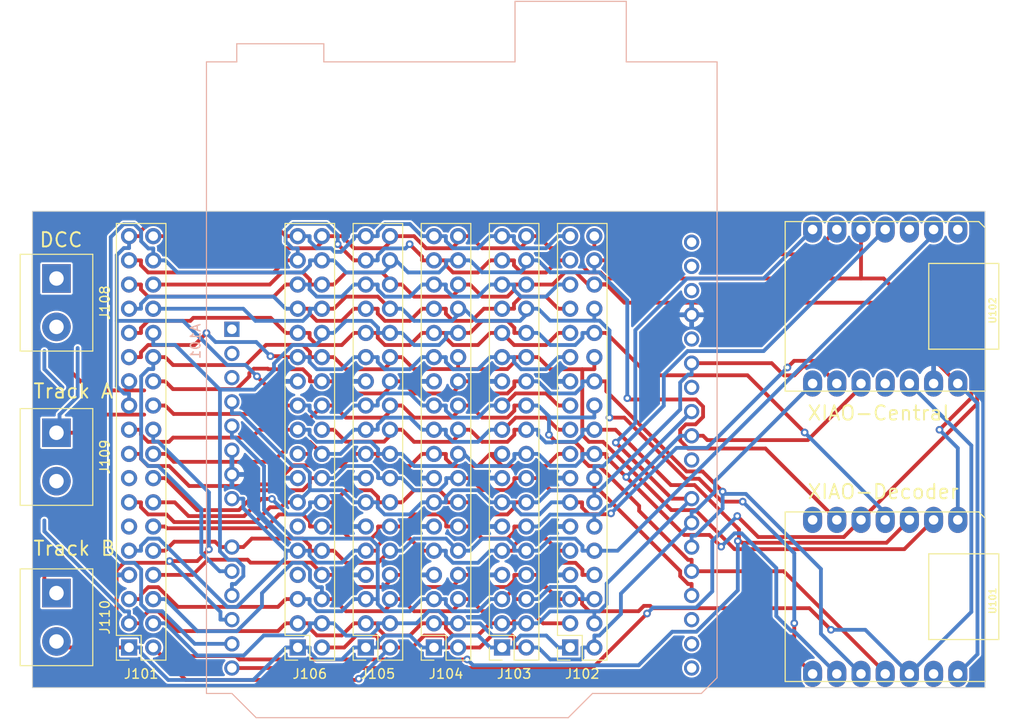
<source format=kicad_pcb>
(kicad_pcb (version 20240108) (generator "pcbnew") (generator_version "8.0")
  (layers (0 "F.Cu" mixed) (31 "B.Cu" mixed) (34 "B.Paste" user) (35 "F.Paste" user) (36 "B.SilkS" user "B.Silkscreen") (37 "F.SilkS" user "F.Silkscreen") (38 "B.Mask" user) (39 "F.Mask" user) (44 "Edge.Cuts" user))
  (net 0 "")
  (net 1 "/MOTOR1")
  (net 3 "/DIR")
  (net 7 "/BRAKE")
  (net 9 "/PWM")
  (net 10 "/I2C.SDA")
  (net 12 "/RAILCOM0")
  (net 14 "/BACK_EMF0")
  (net 17 "/RAILCOM")
  (net 19 "/MOTOR0")
  (net 20 "/DECODER")
  (net 21 "/SENSE")
  (net 22 "/I2C.SCL")
  (net 23 "/RAILCOM1")
  (net 24 "/BACK_EMF1")
  (net 27 "/TRACK1")
  (net 28 "/USB.DM")
  (net 29 "GND")
  (net 30 "/DCC0")
  (net 31 "/DCC1")
  (net 32 "/TRACK0")
  (net 33 "/USB.DP")
  (net 34 "+U")
  (net 35 "/AMP_FUNC0_F")
  (net 36 "/FUNC0_B")
  (net 37 "/FUNC0_F")
  (net 38 "/AMP_MOTOR1")
  (net 39 "/AMP_MOTOR0")
  (net 40 "/SPEAKER1")
  (net 41 "/PCM")
  (net 42 "/SPEAKER0")
  (net 43 "+5V")
  (net 44 "VCC")
  (net 45 "+3V3")
  (footprint "TerminalBlock:TerminalBlock_bornier-2_P5.08mm" (layer "F.Cu") (at 130.81 100.33 -90)
    (property "Reference" "J110")
    (property "Value" "Screw_Terminal_01x02")
  )
  (footprint "Connector_PinSocket_2.54mm:PinSocket_2x18_P2.54mm_Vertical" (layer "F.Cu") (at 138.43 106.045 180)
    (property "Reference" "J101")
    (property "Value" "Conn_02x18_Odd_Even")
  )
  (footprint "xiao ESP32C3_PCB:MOUDLE14P-SMD-2.54-21X17.8MM" (layer "F.Cu") (at 207.305 91.8146 -90)
    (property "Reference" "U101")
    (property "Value" "MOUDLE-SEEEDUINO-XIAO-ESP32C3")
  )
  (footprint "Connector_PinSocket_2.54mm:PinSocket_2x18_P2.54mm_Vertical" (layer "F.Cu") (at 156.1333 106.045 180)
    (property "Reference" "J106")
    (property "Value" "Conn_02x18_Odd_Even")
  )
  (footprint "Connector_PinSocket_2.54mm:PinSocket_2x18_P2.54mm_Vertical" (layer "F.Cu") (at 163.2833 106.045 180)
    (property "Reference" "J105")
    (property "Value" "Conn_02x18_Odd_Even")
  )
  (footprint "TerminalBlock:TerminalBlock_bornier-2_P5.08mm" (layer "F.Cu") (at 130.81 67.31 -90)
    (property "Reference" "J108")
    (property "Value" "Screw_Terminal_01x02")
  )
  (footprint "Connector_PinSocket_2.54mm:PinSocket_2x18_P2.54mm_Vertical" (layer "F.Cu") (at 170.4333 106.045 180)
    (property "Reference" "J104")
    (property "Value" "Conn_02x18_Odd_Even")
  )
  (footprint "Connector_PinSocket_2.54mm:PinSocket_2x18_P2.54mm_Vertical" (layer "F.Cu") (at 184.7333 106.045 180)
    (property "Reference" "J102")
    (property "Value" "Conn_02x18_Odd_Even")
  )
  (footprint "Connector_PinSocket_2.54mm:PinSocket_2x18_P2.54mm_Vertical" (layer "F.Cu") (at 177.5833 106.045 180)
    (property "Reference" "J103")
    (property "Value" "Conn_02x18_Odd_Even")
  )
  (footprint "xiao ESP32C3_PCB:MOUDLE14P-SMD-2.54-21X17.8MM" (layer "F.Cu") (at 207.305 61.3346 -90)
    (property "Reference" "U102")
    (property "Value" "MOUDLE-SEEEDUINO-XIAO-ESP32C3")
  )
  (footprint "TerminalBlock:TerminalBlock_bornier-2_P5.08mm" (layer "F.Cu") (at 130.81 83.5025 -90)
    (property "Reference" "J109")
    (property "Value" "Screw_Terminal_01x02")
  )
  (footprint "Module:Arduino_UNO_R3" (layer "B.Cu") (at 149.225 72.64 -90)
    (property "Reference" "A101")
    (property "Value" "Arduino_UNO_R3")
  )
  (gr_rect (start 128.28625 60.2571) (end 228.28625 110.2571) (stroke (width 0.1)) (fill none) (layer "Edge.Cuts"))
  (gr_text "DCC" (at 128.905 64.135 0) (layer "F.SilkS") (effects (font (size 1.5 1.5) (thickness 0.2) (bold yes)) (justify left bottom)))
  (gr_text "Track B" (at 128.27 96.52 0) (layer "F.SilkS") (effects (font (size 1.5 1.5) (thickness 0.2) (bold yes)) (justify left bottom)))
  (gr_text "Track A" (at 128.27 80.01 0) (layer "F.SilkS") (effects (font (size 1.5 1.5) (thickness 0.2) (bold yes)) (justify left bottom)))
  (gr_text "XIAO-Decoder" (at 209.5342 90.5721 0) (layer "F.SilkS") (effects (font (size 1.5 1.5) (thickness 0.2) (bold yes)) (justify left bottom)))
  (gr_text "XIAO-Central" (at 209.5342 82.3171 0) (layer "F.SilkS") (effects (font (size 1.5 1.5) (thickness 0.2) (bold yes)) (justify left bottom)))
  (segment (start 172.3292 79.375) (end 168.345 79.375) (width 0.4) (layer "F.Cu") (net 1))
  (segment (start 178.8716 78.105) (end 178.8716 78.6526) (width 0.4) (layer "F.Cu") (net 1))
  (segment (start 188.525 79.1351) (end 188.525 78.105) (width 0.4) (layer "F.Cu") (net 1))
  (segment (start 157.4216 77.5863) (end 157.4216 78.105) (width 0.4) (layer "F.Cu") (net 1))
  (segment (start 166.4492 78.105) (end 167.075 78.105) (width 0.4) (layer "F.Cu") (net 1))
  (segment (start 172.9733 78.105) (end 173.5992 78.105) (width 0.4) (layer "F.Cu") (net 1))
  (segment (start 151.0534 77.2488) (end 151.5232 76.779) (width 0.4) (layer "F.Cu") (net 1))
  (segment (start 161.195 79.375) (end 159.925 78.105) (width 0.4) (layer "F.Cu") (net 1))
  (segment (start 152.9887 76.779) (end 153.0447 76.835) (width 0.4) (layer "F.Cu") (net 1))
  (segment (start 165.8233 78.105) (end 166.4492 78.105) (width 0.4) (layer "F.Cu") (net 1))
  (segment (start 158.6733 78.105) (end 159.925 78.105) (width 0.4) (layer "F.Cu") (net 1))
  (segment (start 175.495 79.375) (end 174.225 78.105) (width 0.4) (layer "F.Cu") (net 1))
  (segment (start 143.0384 78.9217) (end 149.7228 78.9217) (width 0.4) (layer "F.Cu") (net 1))
  (segment (start 173.5992 78.105) (end 174.225 78.105) (width 0.4) (layer "F.Cu") (net 1))
  (segment (start 142.2217 78.105) (end 143.0384 78.9217) (width 0.4) (layer "F.Cu") (net 1))
  (segment (start 173.5992 78.105) (end 172.3292 79.375) (width 0.4) (layer "F.Cu") (net 1))
  (segment (start 158.6733 78.105) (end 157.4216 78.105) (width 0.4) (layer "F.Cu") (net 1))
  (segment (start 198.6217 87.5617) (end 196.9516 87.5617) (width 0.4) (layer "F.Cu") (net 1))
  (segment (start 187.2733 78.105) (end 188.525 78.105) (width 0.4) (layer "F.Cu") (net 1))
  (segment (start 178.1492 79.375) (end 175.495 79.375) (width 0.4) (layer "F.Cu") (net 1))
  (segment (start 168.345 79.375) (end 167.075 78.105) (width 0.4) (layer "F.Cu") (net 1))
  (segment (start 165.1792 79.375) (end 161.195 79.375) (width 0.4) (layer "F.Cu") (net 1))
  (segment (start 151.5232 76.779) (end 152.9887 76.779) (width 0.4) (layer "F.Cu") (net 1))
  (segment (start 180.1233 78.105) (end 178.8716 78.105) (width 0.4) (layer "F.Cu") (net 1))
  (segment (start 156.6703 76.835) (end 157.4216 77.5863) (width 0.4) (layer "F.Cu") (net 1))
  (segment (start 200.739 89.679) (end 198.6217 87.5617) (width 0.4) (layer "F.Cu") (net 1))
  (segment (start 178.8716 78.6526) (end 178.1492 79.375) (width 0.4) (layer "F.Cu") (net 1))
  (segment (start 151.0534 77.5911) (end 151.0534 77.2488) (width 0.4) (layer "F.Cu") (net 1))
  (segment (start 153.0447 76.835) (end 156.6703 76.835) (width 0.4) (layer "F.Cu") (net 1))
  (segment (start 166.4492 78.105) (end 165.1792 79.375) (width 0.4) (layer "F.Cu") (net 1))
  (segment (start 149.7228 78.9217) (end 151.0534 77.5911) (width 0.4) (layer "F.Cu") (net 1))
  (segment (start 196.9516 87.5617) (end 188.525 79.1351) (width 0.4) (layer "F.Cu") (net 1))
  (segment (start 140.97 78.105) (end 142.2217 78.105) (width 0.4) (layer "F.Cu") (net 1))
  (via (at 200.739 89.679) (size 0.8) (drill 0.4) (layers "F.Cu" "B.Cu") (net 1))
  (segment (start 211.0568 97.8022) (end 211.0568 104.6064) (width 0.4) (layer "B.Cu") (net 1))
  (segment (start 211.0568 104.6064) (end 215.265 108.8146) (width 0.4) (layer "B.Cu") (net 1))
  (segment (start 200.739 91.4504) (end 200.739 89.9209) (width 0.4) (layer "B.Cu") (net 1))
  (segment (start 200.739 89.9209) (end 203.1755 89.9209) (width 0.4) (layer "B.Cu") (net 1))
  (segment (start 197.485 95.5) (end 197.485 94.2983) (width 0.4) (layer "B.Cu") (net 1))
  (segment (start 180.1233 78.105) (end 181.375 78.105) (width 0.4) (layer "B.Cu") (net 1))
  (segment (start 197.8911 94.2983) (end 200.739 91.4504) (width 0.4) (layer "B.Cu") (net 1))
  (segment (start 197.485 94.2983) (end 197.8911 94.2983) (width 0.4) (layer "B.Cu") (net 1))
  (segment (start 182.645 79.375) (end 185.2703 79.375) (width 0.4) (layer "B.Cu") (net 1))
  (segment (start 186.0216 78.6237) (end 186.0216 78.105) (width 0.4) (layer "B.Cu") (net 1))
  (segment (start 187.2733 78.105) (end 186.0216 78.105) (width 0.4) (layer "B.Cu") (net 1))
  (segment (start 185.2703 79.375) (end 186.0216 78.6237) (width 0.4) (layer "B.Cu") (net 1))
  (segment (start 203.1755 89.9209) (end 211.0568 97.8022) (width 0.4) (layer "B.Cu") (net 1))
  (segment (start 200.739 89.9209) (end 200.739 89.679) (width 0.4) (layer "B.Cu") (net 1))
  (segment (start 181.375 78.105) (end 182.645 79.375) (width 0.4) (layer "B.Cu") (net 1))
  (segment (start 172.9733 90.805) (end 174.225 90.805) (width 0.4) (layer "F.Cu") (net 3))
  (segment (start 144.6701 92.2512) (end 143.2239 90.805) (width 0.4) (layer "F.Cu") (net 3))
  (segment (start 197.485 76.2) (end 205.8905 76.2) (width 0.4) (layer "F.Cu") (net 3))
  (segment (start 205.8905 76.2) (end 207.1669 77.4764) (width 0.4) (layer "F.Cu") (net 3))
  (segment (start 150.5045 92.2512) (end 144.6701 92.2512) (width 0.4) (layer "F.Cu") (net 3))
  (segment (start 178.8716 90.805) (end 178.8716 91.3526) (width 0.4) (layer "F.Cu") (net 3))
  (segment (start 168.345 89.535) (end 167.075 90.805) (width 0.4) (layer "F.Cu") (net 3))
  (segment (start 208.2663 77.4764) (end 209.1886 76.5541) (width 0.4) (layer "F.Cu") (net 3))
  (segment (start 153.427 90.4517) (end 152.304 90.4517) (width 0.4) (layer "F.Cu") (net 3))
  (segment (start 165.8233 90.805) (end 164.5716 90.805) (width 0.4) (layer "F.Cu") (net 3))
  (segment (start 180.1233 90.805) (end 178.8716 90.805) (width 0.4) (layer "F.Cu") (net 3))
  (segment (start 158.6733 90.805) (end 159.925 90.805) (width 0.4) (layer "F.Cu") (net 3))
  (segment (start 143.2239 90.805) (end 140.97 90.805) (width 0.4) (layer "F.Cu") (net 3))
  (segment (start 164.5716 90.2574) (end 163.8492 89.535) (width 0.4) (layer "F.Cu") (net 3))
  (segment (start 161.195 89.535) (end 159.925 90.805) (width 0.4) (layer "F.Cu") (net 3))
  (segment (start 207.1669 77.4764) (end 208.2663 77.4764) (width 0.4) (layer "F.Cu") (net 3))
  (segment (start 178.1492 92.075) (end 175.495 92.075) (width 0.4) (layer "F.Cu") (net 3))
  (segment (start 175.495 92.075) (end 174.225 90.805) (width 0.4) (layer "F.Cu") (net 3))
  (segment (start 166.4492 90.805) (end 167.075 90.805) (width 0.4) (layer "F.Cu") (net 3))
  (segment (start 170.9992 89.535) (end 168.345 89.535) (width 0.4) (layer "F.Cu") (net 3))
  (segment (start 172.9733 90.805) (end 171.7216 90.805) (width 0.4) (layer "F.Cu") (net 3))
  (segment (start 178.8716 91.3526) (end 178.1492 92.075) (width 0.4) (layer "F.Cu") (net 3))
  (segment (start 171.7216 90.805) (end 171.7216 90.2574) (width 0.4) (layer "F.Cu") (net 3))
  (segment (start 166.4492 90.805) (end 165.8233 90.805) (width 0.4) (layer "F.Cu") (net 3))
  (segment (start 210.9445 76.5541) (end 212.725 78.3346) (width 0.4) (layer "F.Cu") (net 3))
  (segment (start 163.8492 89.535) (end 161.195 89.535) (width 0.4) (layer "F.Cu") (net 3))
  (segment (start 209.1886 76.5541) (end 210.9445 76.5541) (width 0.4) (layer "F.Cu") (net 3))
  (segment (start 164.5716 90.805) (end 164.5716 90.2574) (width 0.4) (layer "F.Cu") (net 3))
  (segment (start 171.7216 90.2574) (end 170.9992 89.535) (width 0.4) (layer "F.Cu") (net 3))
  (segment (start 152.304 90.4517) (end 150.5045 92.2512) (width 0.4) (layer "F.Cu") (net 3))
  (via (at 153.427 90.4517) (size 0.8) (drill 0.4) (layers "F.Cu" "B.Cu") (net 3))
  (segment (start 196.2833 78.2278) (end 196.2833 81.062) (width 0.4) (layer "B.Cu") (net 3))
  (segment (start 157.4216 90.805) (end 157.4216 91.3526) (width 0.4) (layer "B.Cu") (net 3))
  (segment (start 197.1094 77.4017) (end 196.2833 78.2278) (width 0.4) (layer "B.Cu") (net 3))
  (segment (start 156.6992 92.075) (end 155.0503 92.075) (width 0.4) (layer "B.Cu") (net 3))
  (segment (start 157.4216 91.3526) (end 156.6992 92.075) (width 0.4) (layer "B.Cu") (net 3))
  (segment (start 197.485 76.2) (end 197.485 77.4017) (width 0.4) (layer "B.Cu") (net 3))
  (segment (start 180.1233 90.805) (end 181.375 90.805) (width 0.4) (layer "B.Cu") (net 3))
  (segment (start 181.375 90.805) (end 182.6267 89.5533) (width 0.4) (layer "B.Cu") (net 3))
  (segment (start 158.6733 90.805) (end 157.4216 90.805) (width 0.4) (layer "B.Cu") (net 3))
  (segment (start 196.2833 81.062) (end 187.792 89.5533) (width 0.4) (layer "B.Cu") (net 3))
  (segment (start 187.792 89.5533) (end 187.2733 89.5533) (width 0.4) (layer "B.Cu") (net 3))
  (segment (start 155.0503 92.075) (end 153.427 90.4517) (width 0.4) (layer "B.Cu") (net 3))
  (segment (start 197.485 77.4017) (end 197.1094 77.4017) (width 0.4) (layer "B.Cu") (net 3))
  (segment (start 182.6267 89.5533) (end 187.2733 89.5533) (width 0.4) (layer "B.Cu") (net 3))
  (segment (start 187.2733 90.805) (end 187.2733 89.5533) (width 0.4) (layer "B.Cu") (net 3))
  (segment (start 168.345 92.075) (end 170.9703 92.075) (width 0.4) (layer "F.Cu") (net 7))
  (segment (start 165.1975 93.345) (end 165.8233 93.345) (width 0.4) (layer "F.Cu") (net 7))
  (segment (start 140.97 93.345) (end 142.2217 93.345) (width 0.4) (layer "F.Cu") (net 7))
  (segment (start 142.2217 93.345) (end 142.4065 93.5298) (width 0.4) (layer "F.Cu") (net 7))
  (segment (start 197.485 83.82) (end 198.6867 83.82) (width 0.4) (layer "F.Cu") (net 7))
  (segment (start 199.1413 84.2746) (end 209.6808 84.2746) (width 0.4) (layer "F.Cu") (net 7))
  (segment (start 215.265 78.6904) (end 215.265 78.3346) (width 0.4) (layer "F.Cu") (net 7))
  (segment (start 178.1486 94.615) (end 175.495 94.615) (width 0.4) (layer "F.Cu") (net 7))
  (segment (start 152.7163 93.5298) (end 154.1711 92.075) (width 0.4) (layer "F.Cu") (net 7))
  (segment (start 172.9733 93.345) (end 174.225 93.345) (width 0.4) (layer "F.Cu") (net 7))
  (segment (start 170.9703 92.075) (end 171.7216 92.8263) (width 0.4) (layer "F.Cu") (net 7))
  (segment (start 164.5716 93.899) (end 163.8556 94.615) (width 0.4) (layer "F.Cu") (net 7))
  (segment (start 180.1233 93.345) (end 178.8716 93.345) (width 0.4) (layer "F.Cu") (net 7))
  (segment (start 161.6162 94.615) (end 160.3462 93.345) (width 0.4) (layer "F.Cu") (net 7))
  (segment (start 154.1711 92.075) (end 156.6703 92.075) (width 0.4) (layer "F.Cu") (net 7))
  (segment (start 167.075 93.345) (end 168.345 92.075) (width 0.4) (layer "F.Cu") (net 7))
  (segment (start 156.6703 92.075) (end 157.4216 92.8263) (width 0.4) (layer "F.Cu") (net 7))
  (segment (start 164.5716 93.345) (end 164.5716 93.899) (width 0.4) (layer "F.Cu") (net 7))
  (segment (start 160.3462 93.345) (end 159.925 93.345) (width 0.4) (layer "F.Cu") (net 7))
  (segment (start 209.6808 84.2746) (end 215.265 78.6904) (width 0.4) (layer "F.Cu") (net 7))
  (segment (start 157.4216 92.8263) (end 157.4216 93.345) (width 0.4) (layer "F.Cu") (net 7))
  (segment (start 165.8233 93.345) (end 167.075 93.345) (width 0.4) (layer "F.Cu") (net 7))
  (segment (start 163.8556 94.615) (end 161.6162 94.615) (width 0.4) (layer "F.Cu") (net 7))
  (segment (start 171.7216 92.8263) (end 171.7216 93.345) (width 0.4) (layer "F.Cu") (net 7))
  (segment (start 158.6733 93.345) (end 157.4216 93.345) (width 0.4) (layer "F.Cu") (net 7))
  (segment (start 178.8716 93.892) (end 178.1486 94.615) (width 0.4) (layer "F.Cu") (net 7))
  (segment (start 198.6867 83.82) (end 199.1413 84.2746) (width 0.4) (layer "F.Cu") (net 7))
  (segment (start 158.6733 93.345) (end 159.925 93.345) (width 0.4) (layer "F.Cu") (net 7))
  (segment (start 165.1975 93.345) (end 164.5716 93.345) (width 0.4) (layer "F.Cu") (net 7))
  (segment (start 142.4065 93.5298) (end 152.7163 93.5298) (width 0.4) (layer "F.Cu") (net 7))
  (segment (start 178.8716 93.345) (end 178.8716 93.892) (width 0.4) (layer "F.Cu") (net 7))
  (segment (start 172.9733 93.345) (end 171.7216 93.345) (width 0.4) (layer "F.Cu") (net 7))
  (segment (start 175.495 94.615) (end 174.225 93.345) (width 0.4) (layer "F.Cu") (net 7))
  (segment (start 196.2833 83.82) (end 188.9388 91.1645) (width 0.4) (layer "B.Cu") (net 7))
  (segment (start 187.2733 93.345) (end 187.2733 92.0933) (width 0.4) (layer "B.Cu") (net 7))
  (segment (start 182.6267 92.0933) (end 187.2733 92.0933) (width 0.4) (layer "B.Cu") (net 7))
  (segment (start 180.1233 93.345) (end 181.375 93.345) (width 0.4) (layer "B.Cu") (net 7))
  (segment (start 188.9388 91.1645) (end 188.6925 91.1645) (width 0.4) (layer "B.Cu") (net 7))
  (segment (start 197.485 83.82) (end 196.2833 83.82) (width 0.4) (layer "B.Cu") (net 7))
  (segment (start 187.7637 92.0933) (end 187.2733 92.0933) (width 0.4) (layer "B.Cu") (net 7))
  (segment (start 181.375 93.345) (end 182.6267 92.0933) (width 0.4) (layer "B.Cu") (net 7))
  (segment (start 188.6925 91.1645) (end 187.7637 92.0933) (width 0.4) (layer "B.Cu") (net 7))
  (segment (start 178.8716 88.265) (end 178.8716 88.7469) (width 0.4) (layer "F.Cu") (net 9))
  (segment (start 152.0506 89.535) (end 149.9638 91.6218) (width 0.4) (layer "F.Cu") (net 9))
  (segment (start 187.2535 89.535) (end 182.645 89.535) (width 0.4) (layer "F.Cu") (net 9))
  (segment (start 156.6703 89.535) (end 152.0506 89.535) (width 0.4) (layer "F.Cu") (net 9))
  (segment (start 178.1018 89.5167) (end 175.4767 89.5167) (width 0.4) (layer "F.Cu") (net 9))
  (segment (start 158.6733 88.265) (end 157.4216 88.265) (width 0.4) (layer "F.Cu") (net 9))
  (segment (start 149.9638 91.6218) (end 145.5785 91.6218) (width 0.4) (layer "F.Cu") (net 9))
  (segment (start 197.485 100.58) (end 197.485 99.3783) (width 0.4) (layer "F.Cu") (net 9))
  (segment (start 197.1094 99.3783) (end 196.2833 98.5522) (width 0.4) (layer "F.Cu") (net 9))
  (segment (start 182.645 89.535) (end 181.375 88.265) (width 0.4) (layer "F.Cu") (net 9))
  (segment (start 140.97 88.265) (end 142.2217 88.265) (width 0.4) (layer "F.Cu") (net 9))
  (segment (start 187.2733 89.3658) (end 187.2733 89.5152) (width 0.4) (layer "F.Cu") (net 9))
  (segment (start 180.1233 88.265) (end 181.375 88.265) (width 0.4) (layer "F.Cu") (net 9))
  (segment (start 145.5785 91.6218) (end 142.2217 88.265) (width 0.4) (layer "F.Cu") (net 9))
  (segment (start 187.2733 89.5152) (end 187.2535 89.535) (width 0.4) (layer "F.Cu") (net 9))
  (segment (start 196.2833 98.015) (end 187.7835 89.5152) (width 0.4) (layer "F.Cu") (net 9))
  (segment (start 197.485 99.3783) (end 197.1094 99.3783) (width 0.4) (layer "F.Cu") (net 9))
  (segment (start 157.4216 88.265) (end 157.4216 88.7837) (width 0.4) (layer "F.Cu") (net 9))
  (segment (start 175.4767 89.5167) (end 174.225 88.265) (width 0.4) (layer "F.Cu") (net 9))
  (segment (start 180.1233 88.265) (end 178.8716 88.265) (width 0.4) (layer "F.Cu") (net 9))
  (segment (start 187.7835 89.5152) (end 187.2733 89.5152) (width 0.4) (layer "F.Cu") (net 9))
  (segment (start 157.4216 88.7837) (end 156.6703 89.535) (width 0.4) (layer "F.Cu") (net 9))
  (segment (start 187.2733 88.265) (end 187.2733 89.3658) (width 0.4) (layer "F.Cu") (net 9))
  (segment (start 178.8716 88.7469) (end 178.1018 89.5167) (width 0.4) (layer "F.Cu") (net 9))
  (segment (start 172.9733 88.265) (end 174.225 88.265) (width 0.4) (layer "F.Cu") (net 9))
  (segment (start 196.2833 98.5522) (end 196.2833 98.015) (width 0.4) (layer "F.Cu") (net 9))
  (segment (start 165.8233 88.265) (end 164.5716 88.265) (width 0.4) (layer "B.Cu") (net 9))
  (segment (start 197.0531 74.93) (end 205.0446 74.93) (width 0.4) (layer "B.Cu") (net 9))
  (segment (start 164.5716 88.265) (end 164.5716 87.7174) (width 0.4) (layer "B.Cu") (net 9))
  (segment (start 171.7216 88.812) (end 170.9986 89.535) (width 0.4) (layer "B.Cu") (net 9))
  (segment (start 168.345 89.535) (end 167.075 88.265) (width 0.4) (layer "B.Cu") (net 9))
  (segment (start 194.5617 80.6637) (end 194.5617 77.4214) (width 0.4) (layer "B.Cu") (net 9))
  (segment (start 161.195 86.995) (end 159.925 88.265) (width 0.4) (layer "B.Cu") (net 9))
  (segment (start 187.2733 88.265) (end 187.2733 87.0133) (width 0.4) (layer "B.Cu") (net 9))
  (segment (start 187.2733 87.0133) (end 188.2121 87.0133) (width 0.4) (layer "B.Cu") (net 9))
  (segment (start 164.5716 87.7174) (end 163.8492 86.995) (width 0.4) (layer "B.Cu") (net 9))
  (segment (start 163.8492 86.995) (end 161.195 86.995) (width 0.4) (layer "B.Cu") (net 9))
  (segment (start 172.9733 88.265) (end 171.7216 88.265) (width 0.4) (layer "B.Cu") (net 9))
  (segment (start 165.8233 88.265) (end 167.075 88.265) (width 0.4) (layer "B.Cu") (net 9))
  (segment (start 170.9986 89.535) (end 168.345 89.535) (width 0.4) (layer "B.Cu") (net 9))
  (segment (start 194.5617 77.4214) (end 197.0531 74.93) (width 0.4) (layer "B.Cu") (net 9))
  (segment (start 205.0446 74.93) (end 217.805 62.1696) (width 0.4) (layer "B.Cu") (net 9))
  (segment (start 171.7216 88.265) (end 171.7216 88.812) (width 0.4) (layer "B.Cu") (net 9))
  (segment (start 158.6733 88.265) (end 159.925 88.265) (width 0.4) (layer "B.Cu") (net 9))
  (segment (start 188.2121 87.0133) (end 194.5617 80.6637) (width 0.4) (layer "B.Cu") (net 9))
  (segment (start 173.5992 62.865) (end 174.225 62.865) (width 0.4) (layer "F.Cu") (net 10))
  (segment (start 169.6129 64.135) (end 168.3429 62.865) (width 0.4) (layer "F.Cu") (net 10))
  (segment (start 158.6733 62.865) (end 159.2992 62.865) (width 0.4) (layer "F.Cu") (net 10))
  (segment (start 168.3429 62.865) (end 167.075 62.865) (width 0.4) (layer "F.Cu") (net 10))
  (segment (start 204.4759 94.449) (end 202.274 92.2471) (width 0.4) (layer "F.Cu") (net 10))
  (segment (start 165.8233 62.865) (end 166.4492 62.865) (width 0.4) (layer "F.Cu") (net 10))
  (segment (start 143.4917 64.135) (end 142.2217 62.865) (width 0.4) (layer "F.Cu") (net 10))
  (segment (start 173.5992 62.865) (end 172.3292 64.135) (width 0.4) (layer "F.Cu") (net 10))
  (segment (start 160.7759 62.865) (end 159.925 62.865) (width 0.4) (layer "F.Cu") (net 10))
  (segment (start 213.4656 94.449) (end 204.4759 94.449) (width 0.4) (layer "F.Cu") (net 10))
  (segment (start 187.9033 66.675) (end 186.7072 66.675) (width 0.4) (layer "F.Cu") (net 10))
  (segment (start 159.2992 62.865) (end 158.0292 64.135) (width 0.4) (layer "F.Cu") (net 10))
  (segment (start 166.4492 62.865) (end 165.1807 64.1335) (width 0.4) (layer "F.Cu") (net 10))
  (segment (start 227.4495 80.4651) (end 227.4495 77.1257) (width 0.4) (layer "F.Cu") (net 10))
  (segment (start 159.2992 62.865) (end 159.925 62.865) (width 0.4) (layer "F.Cu") (net 10))
  (segment (start 187.2733 62.865) (end 187.2733 64.1167) (width 0.4) (layer "F.Cu") (net 10))
  (segment (start 172.9733 62.865) (end 173.5992 62.865) (width 0.4) (layer "F.Cu") (net 10))
  (segment (start 175.495 64.135) (end 174.225 62.865) (width 0.4) (layer "F.Cu") (net 10))
  (segment (start 186.7072 66.675) (end 186.0033 65.9711) (width 0.4) (layer "F.Cu") (net 10))
  (segment (start 181.375 62.865) (end 182.6267 64.1167) (width 0.4) (layer "F.Cu") (net 10))
  (segment (start 180.1233 62.865) (end 180.7492 62.865) (width 0.4) (layer "F.Cu") (net 10))
  (segment (start 186.0033 65.9711) (end 186.0033 64.868) (width 0.4) (layer "F.Cu") (net 10))
  (segment (start 215.265 62.1696) (end 215.265 67.3085) (width 0.4) (layer "F.Cu") (net 10))
  (segment (start 227.4495 77.1257) (end 217.6323 67.3085) (width 0.4) (layer "F.Cu") (net 10))
  (segment (start 166.4492 62.865) (end 167.075 62.865) (width 0.4) (layer "F.Cu") (net 10))
  (segment (start 187.0808 108.2) (end 192.805 102.4758) (width 0.4) (layer "F.Cu") (net 10))
  (segment (start 158.0292 64.135) (end 143.4917 64.135) (width 0.4) (layer "F.Cu") (net 10))
  (segment (start 165.1807 64.1335) (end 162.0444 64.1335) (width 0.4) (layer "F.Cu") (net 10))
  (segment (start 180.7492 62.865) (end 179.4792 64.135) (width 0.4) (layer "F.Cu") (net 10))
  (segment (start 188.5368 67.3085) (end 187.9033 66.675) (width 0.4) (layer "F.Cu") (net 10))
  (segment (start 172.3292 64.135) (end 169.6129 64.135) (width 0.4) (layer "F.Cu") (net 10))
  (segment (start 217.6323 67.3085) (end 215.265 67.3085) (width 0.4) (layer "F.Cu") (net 10))
  (segment (start 215.265 92.6496) (end 227.4495 80.4651) (width 0.4) (layer "F.Cu") (net 10))
  (segment (start 186.7546 64.1167) (end 187.2733 64.1167) (width 0.4) (layer "F.Cu") (net 10))
  (segment (start 180.7492 62.865) (end 181.375 62.865) (width 0.4) (layer "F.Cu") (net 10))
  (segment (start 162.0444 64.1335) (end 160.7759 62.865) (width 0.4) (layer "F.Cu") (net 10))
  (segment (start 186.0033 64.868) (end 186.7546 64.1167) (width 0.4) (layer "F.Cu") (net 10))
  (segment (start 215.265 67.3085) (end 188.5368 67.3085) (width 0.4) (layer "F.Cu") (net 10))
  (segment (start 149.225 108.2) (end 187.0808 108.2) (width 0.4) (layer "F.Cu") (net 10))
  (segment (start 215.265 92.6496) (end 213.4656 94.449) (width 0.4) (layer "F.Cu") (net 10))
  (segment (start 185.252 64.1167) (end 186.0033 64.868) (width 0.4) (layer "F.Cu") (net 10))
  (segment (start 182.6267 64.1167) (end 185.252 64.1167) (width 0.4) (layer "F.Cu") (net 10))
  (segment (start 179.4792 64.135) (end 175.495 64.135) (width 0.4) (layer "F.Cu") (net 10))
  (segment (start 140.97 62.865) (end 142.2217 62.865) (width 0.4) (layer "F.Cu") (net 10))
  (via (at 192.805 102.4758) (size 0.8) (drill 0.4) (layers "F.Cu" "B.Cu") (net 10))
  (via (at 202.274 92.2471) (size 0.8) (drill 0.4) (layers "F.Cu" "B.Cu") (net 10))
  (segment (start 193.4308 101.85) (end 192.805 102.4758) (width 0.4) (layer "B.Cu") (net 10))
  (segment (start 199.6506 100.1642) (end 197.9648 101.85) (width 0.4) (layer "B.Cu") (net 10))
  (segment (start 199.6506 94.8705) (end 199.6506 100.1642) (width 0.4) (layer "B.Cu") (net 10))
  (segment (start 197.9648 101.85) (end 193.4308 101.85) (width 0.4) (layer "B.Cu") (net 10))
  (segment (start 202.274 92.2471) (end 199.6506 94.8705) (width 0.4) (layer "B.Cu") (net 10))
  (segment (start 197.485 90.42) (end 195.4058 90.42) (width 0.4) (layer "F.Cu") (net 12))
  (segment (start 195.4058 90.42) (end 189.5232 84.5374) (width 0.4) (layer "F.Cu") (net 12))
  (via (at 189.5232 84.5374) (size 0.8) (drill 0.4) (layers "F.Cu" "B.Cu") (net 12))
  (segment (start 191.5715 72.7331) (end 191.5715 82.4891) (width 0.4) (layer "B.Cu") (net 12))
  (segment (start 205.0446 67.31) (end 196.9946 67.31) (width 0.4) (layer "B.Cu") (net 12))
  (segment (start 176.5665 104.7933) (end 178.102 104.7933) (width 0.4) (layer "B.Cu") (net 12))
  (segment (start 172.9733 103.505) (end 175.2782 103.505) (width 0.4) (layer "B.Cu") (net 12))
  (segment (start 156.6702 104.7751) (end 157.4216 104.0237) (width 0.4) (layer "B.Cu") (net 12))
  (segment (start 157.4216 104.0237) (end 157.4216 103.505) (width 0.4) (layer "B.Cu") (net 12))
  (segment (start 179.5251 103.505) (end 180.1233 103.505) (width 0.4) (layer "B.Cu") (net 12))
  (segment (start 175.2782 103.505) (end 176.5665 104.7933) (width 0.4) (layer "B.Cu") (net 12))
  (segment (start 188.5631 101.4822) (end 187.792 102.2533) (width 0.4) (layer "B.Cu") (net 12))
  (segment (start 178.8716 104.0237) (end 178.8716 103.505) (width 0.4) (layer "B.Cu") (net 12))
  (segment (start 152.5778 104.7751) (end 156.6702 104.7751) (width 0.4) (layer "B.Cu") (net 12))
  (segment (start 169.8994 102.2167) (end 168.6111 103.505) (width 0.4) (layer "B.Cu") (net 12))
  (segment (start 170.9722 102.2167) (end 169.8994 102.2167) (width 0.4) (layer "B.Cu") (net 12))
  (segment (start 163.802 104.7933) (end 164.5716 104.0237) (width 0.4) (layer "B.Cu") (net 12))
  (segment (start 197.485 90.42) (end 188.5631 99.3419) (width 0.4) (layer "B.Cu") (net 12))
  (segment (start 165.8233 103.505) (end 164.5716 103.505) (width 0.4) (layer "B.Cu") (net 12))
  (segment (start 158.6733 103.505) (end 157.4216 103.505) (width 0.4) (layer "B.Cu") (net 12))
  (segment (start 172.3751 103.505) (end 171.7216 103.505) (width 0.4) (layer "B.Cu") (net 12))
  (segment (start 182.6267 102.2533) (end 187.2733 102.2533) (width 0.4) (layer "B.Cu") (net 12))
  (segment (start 168.6111 103.505) (end 165.8233 103.505) (width 0.4) (layer "B.Cu") (net 12))
  (segment (start 178.102 104.7933) (end 178.8716 104.0237) (width 0.4) (layer "B.Cu") (net 12))
  (segment (start 181.375 103.505) (end 182.6267 102.2533) (width 0.4) (layer "B.Cu") (net 12))
  (segment (start 171.7216 102.9661) (end 170.9722 102.2167) (width 0.4) (layer "B.Cu") (net 12))
  (segment (start 145.5966 106.8799) (end 150.473 106.8799) (width 0.4) (layer "B.Cu") (net 12))
  (segment (start 150.473 106.8799) (end 152.5778 104.7751) (width 0.4) (layer "B.Cu") (net 12))
  (segment (start 159.925 103.505) (end 161.2133 104.7933) (width 0.4) (layer "B.Cu") (net 12))
  (segment (start 180.1233 103.505) (end 181.375 103.505) (width 0.4) (layer "B.Cu") (net 12))
  (segment (start 191.5715 82.4891) (end 189.5232 84.5374) (width 0.4) (layer "B.Cu") (net 12))
  (segment (start 172.3751 103.505) (end 172.9733 103.505) (width 0.4) (layer "B.Cu") (net 12))
  (segment (start 187.792 102.2533) (end 187.2733 102.2533) (width 0.4) (layer "B.Cu") (net 12))
  (segment (start 140.97 103.505) (end 142.2217 103.505) (width 0.4) (layer "B.Cu") (net 12))
  (segment (start 187.2733 103.505) (end 187.2733 102.2533) (width 0.4) (layer "B.Cu") (net 12))
  (segment (start 179.5251 103.505) (end 178.8716 103.505) (width 0.4) (layer "B.Cu") (net 12))
  (segment (start 164.5716 104.0237) (end 164.5716 103.505) (width 0.4) (layer "B.Cu") (net 12))
  (segment (start 171.7216 103.505) (end 171.7216 102.9661) (width 0.4) (layer "B.Cu") (net 12))
  (segment (start 188.5631 99.3419) (end 188.5631 101.4822) (width 0.4) (layer "B.Cu") (net 12))
  (segment (start 161.2133 104.7933) (end 163.802 104.7933) (width 0.4) (layer "B.Cu") (net 12))
  (segment (start 142.2217 103.505) (end 145.5966 106.8799) (width 0.4) (layer "B.Cu") (net 12))
  (segment (start 158.6733 103.505) (end 159.925 103.505) (width 0.4) (layer "B.Cu") (net 12))
  (segment (start 196.9946 67.31) (end 191.5715 72.7331) (width 0.4) (layer "B.Cu") (net 12))
  (segment (start 210.185 62.1696) (end 205.0446 67.31) (width 0.4) (layer "B.Cu") (net 12))
  (segment (start 187.255 76.835) (end 186.0033 76.835) (width 0.4) (layer "F.Cu") (net 14))
  (segment (start 172.9733 75.565) (end 172.9733 76.8167) (width 0.4) (layer "F.Cu") (net 14))
  (segment (start 187.2733 75.565) (end 187.2733 76.8167) (width 0.4) (layer "F.Cu") (net 14))
  (segment (start 150.6925 76.3962) (end 152.8119 74.2768) (width 0.4) (layer "F.Cu") (net 14))
  (segment (start 186.7116 84.455) (end 188.1892 84.455) (width 0.4) (layer "F.Cu") (net 14))
  (segment (start 178.1386 76.8167) (end 178.8716 76.0837) (width 0.4) (layer "F.Cu") (net 14))
  (segment (start 195.3559 91.6217) (end 197.8859 91.6217) (width 0.4) (layer "F.Cu") (net 14))
  (segment (start 140.97 75.565) (end 142.2217 75.565) (width 0.4) (layer "F.Cu") (net 14))
  (segment (start 186.0033 76.835) (end 186.0033 83.7467) (width 0.4) (layer "F.Cu") (net 14))
  (segment (start 188.1892 84.455) (end 195.3559 91.6217) (width 0.4) (layer "F.Cu") (net 14))
  (segment (start 180.1233 75.565) (end 181.375 75.565) (width 0.4) (layer "F.Cu") (net 14))
  (segment (start 201.9857 95.7215) (end 219.8131 95.7215) (width 0.4) (layer "F.Cu") (net 14))
  (segment (start 186.0033 83.7467) (end 186.7116 84.455) (width 0.4) (layer "F.Cu") (net 14))
  (segment (start 161.195 76.835) (end 159.925 75.565) (width 0.4) (layer "F.Cu") (net 14))
  (segment (start 165.1792 76.835) (end 161.195 76.835) (width 0.4) (layer "F.Cu") (net 14))
  (segment (start 158.6733 75.565) (end 157.4216 75.565) (width 0.4) (layer "F.Cu") (net 14))
  (segment (start 166.4492 75.565) (end 165.1792 76.835) (width 0.4) (layer "F.Cu") (net 14))
  (segment (start 182.645 76.835) (end 181.375 75.565) (width 0.4) (layer "F.Cu") (net 14))
  (segment (start 178.8716 76.0837) (end 178.8716 75.565) (width 0.4) (layer "F.Cu") (net 14))
  (segment (start 159.2992 75.565) (end 159.925 75.565) (width 0.4) (layer "F.Cu") (net 14))
  (segment (start 172.9733 76.8167) (end 178.1386 76.8167) (width 0.4) (layer "F.Cu") (net 14))
  (segment (start 142.2217 75.565) (end 143.0529 76.3962) (width 0.4) (layer "F.Cu") (net 14))
  (segment (start 219.8131 95.7215) (end 222.885 92.6496) (width 0.4) (layer "F.Cu") (net 14))
  (segment (start 180.1233 75.565) (end 178.8716 75.565) (width 0.4) (layer "F.Cu") (net 14))
  (segment (start 143.0529 76.3962) (end 150.6925 76.3962) (width 0.4) (layer "F.Cu") (net 14))
  (segment (start 156.6686 74.2768) (end 157.4216 75.0298) (width 0.4) (layer "F.Cu") (net 14))
  (segment (start 157.4216 75.0298) (end 157.4216 75.565) (width 0.4) (layer "F.Cu") (net 14))
  (segment (start 197.8859 91.6217) (end 201.9857 95.7215) (width 0.4) (layer "F.Cu") (net 14))
  (segment (start 152.8119 74.2768) (end 156.6686 74.2768) (width 0.4) (layer "F.Cu") (net 14))
  (segment (start 186.0033 76.835) (end 182.645 76.835) (width 0.4) (layer "F.Cu") (net 14))
  (segment (start 165.8233 75.565) (end 166.4492 75.565) (width 0.4) (layer "F.Cu") (net 14))
  (segment (start 187.2733 76.8167) (end 187.255 76.835) (width 0.4) (layer "F.Cu") (net 14))
  (segment (start 168.3267 76.8167) (end 172.9733 76.8167) (width 0.4) (layer "F.Cu") (net 14))
  (segment (start 167.075 75.565) (end 168.3267 76.8167) (width 0.4) (layer "F.Cu") (net 14))
  (segment (start 159.2992 75.565) (end 158.6733 75.565) (width 0.4) (layer "F.Cu") (net 14))
  (segment (start 166.4492 75.565) (end 167.075 75.565) (width 0.4) (layer "F.Cu") (net 14))
  (segment (start 146.0137 96.1112) (end 147.9425 98.04) (width 0.4) (layer "B.Cu") (net 14))
  (segment (start 139.7 86.2444) (end 140.4506 86.995) (width 0.4) (layer "B.Cu") (net 14))
  (segment (start 146.0137 91.504) (end 146.0137 96.1112) (width 0.4) (layer "B.Cu") (net 14))
  (segment (start 147.9425 98.04) (end 148.0233 98.04) (width 0.4) (layer "B.Cu") (net 14))
  (segment (start 140.97 76.8167) (end 140.4513 76.8167) (width 0.4) (layer "B.Cu") (net 14))
  (segment (start 141.5047 86.995) (end 146.0137 91.504) (width 0.4) (layer "B.Cu") (net 14))
  (segment (start 140.4513 76.8167) (end 139.7 77.568) (width 0.4) (layer "B.Cu") (net 14))
  (segment (start 149.225 98.04) (end 148.0233 98.04) (width 0.4) (layer "B.Cu") (net 14))
  (segment (start 140.4506 86.995) (end 141.5047 86.995) (width 0.4) (layer "B.Cu") (net 14))
  (segment (start 139.7 77.568) (end 139.7 86.2444) (width 0.4) (layer "B.Cu") (net 14))
  (segment (start 140.97 75.565) (end 140.97 76.8167) (width 0.4) (layer "B.Cu") (net 14))
  (segment (start 188.525 85.725) (end 188.525 86.0536) (width 0.4) (layer "F.Cu") (net 17))
  (segment (start 187.2733 85.725) (end 188.525 85.725) (width 0.4) (layer "F.Cu") (net 17))
  (segment (start 199.3499 94.23) (end 200.5856 95.4657) (width 0.4) (layer "F.Cu") (net 17))
  (segment (start 155.6148 84.4733) (end 153.5334 86.5547) (width 0.4) (layer "F.Cu") (net 17))
  (segment (start 158.6733 85.725) (end 157.4216 84.4733) (width 0.4) (layer "F.Cu") (net 17))
  (segment (start 190.6182 88.1468) (end 196.7014 94.23) (width 0.4) (layer "F.Cu") (net 17))
  (segment (start 140.97 85.725) (end 142.2217 85.725) (width 0.4) (layer "F.Cu") (net 17))
  (segment (start 188.525 86.0536) (end 190.6182 88.1468) (width 0.4) (layer "F.Cu") (net 17))
  (segment (start 142.3029 85.725) (end 142.2217 85.725) (width 0.4) (layer "F.Cu") (net 17))
  (segment (start 153.5334 86.5547) (end 143.1326 86.5547) (width 0.4) (layer "F.Cu") (net 17))
  (segment (start 157.4216 84.4733) (end 155.6148 84.4733) (width 0.4) (layer "F.Cu") (net 17))
  (segment (start 143.1326 86.5547) (end 142.3029 85.725) (width 0.4) (layer "F.Cu") (net 17))
  (segment (start 196.7014 94.23) (end 199.3499 94.23) (width 0.4) (layer "F.Cu") (net 17))
  (via (at 200.5856 95.4657) (size 0.8) (drill 0.4) (layers "F.Cu" "B.Cu") (net 17))
  (via (at 190.6182 88.1468) (size 0.8) (drill 0.4) (layers "F.Cu" "B.Cu") (net 17))
  (segment (start 172.3292 86.995) (end 168.345 86.995) (width 0.4) (layer "B.Cu") (net 17))
  (segment (start 186.0216 85.725) (end 186.0216 86.2727) (width 0.4) (layer "B.Cu") (net 17))
  (segment (start 168.345 86.995) (end 167.075 85.725) (width 0.4) (layer "B.Cu") (net 17))
  (segment (start 182.6267 86.9767) (end 181.375 85.725) (width 0.4) (layer "B.Cu") (net 17))
  (segment (start 197.485 81.28) (end 190.6182 88.1468) (width 0.4) (layer "B.Cu") (net 17))
  (segment (start 206.3716 102.7393) (end 207.9269 104.2946) (width 0.4) (layer "B.Cu") (net 17))
  (segment (start 185.3176 86.9767) (end 182.6267 86.9767) (width 0.4) (layer "B.Cu") (net 17))
  (segment (start 164.5716 85.2063) (end 163.8203 84.455) (width 0.4) (layer "B.Cu") (net 17))
  (segment (start 180.1233 85.725) (end 178.8716 85.725) (width 0.4) (layer "B.Cu") (net 17))
  (segment (start 186.0216 86.2727) (end 185.3176 86.9767) (width 0.4) (layer "B.Cu") (net 17))
  (segment (start 160.6276 85.725) (end 158.6733 85.725) (width 0.4) (layer "B.Cu") (net 17))
  (segment (start 207.9269 104.2946) (end 208.205 104.2946) (width 0.4) (layer "B.Cu") (net 17))
  (segment (start 173.5992 85.725) (end 172.3292 86.995) (width 0.4) (layer "B.Cu") (net 17))
  (segment (start 172.9733 85.725) (end 173.5992 85.725) (width 0.4) (layer "B.Cu") (net 17))
  (segment (start 201.9919 94.0594) (end 202.7244 94.0594) (width 0.4) (layer "B.Cu") (net 17))
  (segment (start 206.3716 97.7066) (end 206.3716 102.7393) (width 0.4) (layer "B.Cu") (net 17))
  (segment (start 165.8233 85.725) (end 164.5716 85.725) (width 0.4) (layer "B.Cu") (net 17))
  (segment (start 208.205 104.2946) (end 212.725 108.8146) (width 0.4) (layer "B.Cu") (net 17))
  (segment (start 180.1233 85.725) (end 181.375 85.725) (width 0.4) (layer "B.Cu") (net 17))
  (segment (start 174.8692 86.995) (end 178.1203 86.995) (width 0.4) (layer "B.Cu") (net 17))
  (segment (start 202.7244 94.0594) (end 206.3716 97.7066) (width 0.4) (layer "B.Cu") (net 17))
  (segment (start 178.8716 86.2437) (end 178.8716 85.725) (width 0.4) (layer "B.Cu") (net 17))
  (segment (start 173.5992 85.725) (end 174.8692 86.995) (width 0.4) (layer "B.Cu") (net 17))
  (segment (start 165.8233 85.725) (end 167.075 85.725) (width 0.4) (layer "B.Cu") (net 17))
  (segment (start 161.8976 84.455) (end 160.6276 85.725) (width 0.4) (layer "B.Cu") (net 17))
  (segment (start 200.5856 95.4657) (end 201.9919 94.0594) (width 0.4) (layer "B.Cu") (net 17))
  (segment (start 178.1203 86.995) (end 178.8716 86.2437) (width 0.4) (layer "B.Cu") (net 17))
  (segment (start 164.5716 85.725) (end 164.5716 85.2063) (width 0.4) (layer "B.Cu") (net 17))
  (segment (start 187.2733 85.725) (end 186.0216 85.725) (width 0.4) (layer "B.Cu") (net 17))
  (segment (start 163.8203 84.455) (end 161.8976 84.455) (width 0.4) (layer "B.Cu") (net 17))
  (segment (start 168.345 81.915) (end 167.075 80.645) (width 0.4) (layer "F.Cu") (net 19))
  (segment (start 153.6117 81.9151) (end 153.2267 81.5301) (width 0.4) (layer "F.Cu") (net 19))
  (segment (start 180.1233 80.645) (end 178.8716 80.645) (width 0.4) (layer "F.Cu") (net 19))
  (segment (start 197.1115 96.8383) (end 197.485 96.8383) (width 0.4) (layer "F.Cu") (net 19))
  (segment (start 191.9761 91.1822) (end 191.9761 91.7029) (width 0.4) (layer "F.Cu") (net 19))
  (segment (start 159.2992 80.645) (end 159.925 80.645) (width 0.4) (layer "F.Cu") (net 19))
  (segment (start 187.7904 86.9965) (end 191.9761 91.1822) (width 0.4) (layer "F.Cu") (net 19))
  (segment (start 182.5076 83.717) (end 183.2639 84.4733) (width 0.4) (layer "F.Cu") (net 19))
  (segment (start 165.8233 80.645) (end 166.4492 80.645) (width 0.4) (layer "F.Cu") (net 19))
  (segment (start 166.4492 80.645) (end 167.075 80.645) (width 0.4) (layer "F.Cu") (net 19))
  (segment (start 140.97 80.645) (end 142.2217 80.645) (width 0.4) (layer "F.Cu") (net 19))
  (segment (start 173.5992 80.645) (end 172.3292 81.915) (width 0.4) (layer "F.Cu") (net 19))
  (segment (start 159.2992 80.645) (end 158.7374 80.645) (width 0.4) (layer "F.Cu") (net 19))
  (segment (start 186.0033 86.2911) (end 186.7087 86.9965) (width 0.4) (layer "F.Cu") (net 19))
  (segment (start 158.7374 80.645) (end 157.4673 81.9151) (width 0.4) (layer "F.Cu") (net 19))
  (segment (start 157.4673 81.9151) (end 153.6117 81.9151) (width 0.4) (layer "F.Cu") (net 19))
  (segment (start 165.1792 81.915) (end 161.195 81.915) (width 0.4) (layer "F.Cu") (net 19))
  (segment (start 178.1492 81.915) (end 175.495 81.915) (width 0.4) (layer "F.Cu") (net 19))
  (segment (start 191.9761 91.7029) (end 197.1115 96.8383) (width 0.4) (layer "F.Cu") (net 19))
  (segment (start 143.1068 81.5301) (end 142.2217 80.645) (width 0.4) (layer "F.Cu") (net 19))
  (segment (start 153.2267 81.5301) (end 143.1068 81.5301) (width 0.4) (layer "F.Cu") (net 19))
  (segment (start 161.195 81.915) (end 159.925 80.645) (width 0.4) (layer "F.Cu") (net 19))
  (segment (start 207.1509 98.04) (end 197.485 98.04) (width 0.4) (layer "F.Cu") (net 19))
  (segment (start 183.2639 84.4733) (end 185.2587 84.4733) (width 0.4) (layer "F.Cu") (net 19))
  (segment (start 197.485 98.04) (end 197.485 96.8383) (width 0.4) (layer "F.Cu") (net 19))
  (segment (start 185.2587 84.4733) (end 186.0033 85.2179) (width 0.4) (layer "F.Cu") (net 19))
  (segment (start 217.805 108.8146) (end 217.805 108.6941) (width 0.4) (layer "F.Cu") (net 19))
  (segment (start 178.8716 80.645) (end 178.8716 81.1926) (width 0.4) (layer "F.Cu") (net 19))
  (segment (start 172.3292 81.915) (end 168.345 81.915) (width 0.4) (layer "F.Cu") (net 19))
  (segment (start 172.9733 80.645) (end 173.5992 80.645) (width 0.4) (layer "F.Cu") (net 19))
  (segment (start 166.4492 80.645) (end 165.1792 81.915) (width 0.4) (layer "F.Cu") (net 19))
  (segment (start 178.8716 81.1926) (end 178.1492 81.915) (width 0.4) (layer "F.Cu") (net 19))
  (segment (start 217.805 108.6941) (end 207.1509 98.04) (width 0.4) (layer "F.Cu") (net 19))
  (segment (start 158.6733 80.645) (end 158.7374 80.645) (width 0.4) (layer "F.Cu") (net 19))
  (segment (start 186.0033 85.2179) (end 186.0033 86.2911) (width 0.4) (layer "F.Cu") (net 19))
  (segment (start 186.7087 86.9965) (end 187.7904 86.9965) (width 0.4) (layer "F.Cu") (net 19))
  (segment (start 175.495 81.915) (end 174.225 80.645) (width 0.4) (layer "F.Cu") (net 19))
  (segment (start 173.5992 80.645) (end 174.225 80.645) (width 0.4) (layer "F.Cu") (net 19))
  (via (at 182.5076 83.717) (size 0.8) (drill 0.4) (layers "F.Cu" "B.Cu") (net 19))
  (segment (start 182.5076 81.7776) (end 182.5076 81.8967) (width 0.4) (layer "B.Cu") (net 19))
  (segment (start 182.5076 81.8967) (end 182.5076 83.717) (width 0.4) (layer "B.Cu") (net 19))
  (segment (start 181.375 80.645) (end 182.5076 81.7776) (width 0.4) (layer "B.Cu") (net 19))
  (segment (start 182.5076 81.8967) (end 187.2733 81.8967) (width 0.4) (layer "B.Cu") (net 19))
  (segment (start 187.2733 80.645) (end 187.2733 81.8967) (width 0.4) (layer "B.Cu") (net 19))
  (segment (start 180.1233 80.645) (end 181.375 80.645) (width 0.4) (layer "B.Cu") (net 19))
  (segment (start 158.6733 83.185) (end 159.925 83.185) (width 0.4) (layer "F.Cu") (net 20))
  (segment (start 178.8716 83.185) (end 178.8716 83.7326) (width 0.4) (layer "F.Cu") (net 20))
  (segment (start 173.9291 107.2976) (end 150.0221 107.2976) (width 0.4) (layer "F.Cu") (net 20))
  (segment (start 137.9006 97.155) (end 142.5046 97.155) (width 0.4) (layer "F.Cu") (net 20))
  (segment (start 141.642 104.7751) (end 137.8604 104.7751) (width 0.4) (layer "F.Cu") (net 20))
  (segment (start 137.1208 104.0355) (end 137.1208 97.9348) (width 0.4) (layer "F.Cu") (net 20))
  (segment (start 195.3087 88.9961) (end 197.7974 88.9961) (width 0.4) (layer "F.Cu") (net 20))
  (segment (start 178.1492 84.455) (end 175.495 84.455) (width 0.4) (layer "F.Cu") (net 20))
  (segment (start 172.9733 83.185) (end 173.5992 83.185) (width 0.4) (layer "F.Cu") (net 20))
  (segment (start 173.5992 83.185) (end 174.225 83.185) (width 0.4) (layer "F.Cu") (net 20))
  (segment (start 202.7502 95.0507) (end 202.4504 94.7509) (width 0.4) (layer "F.Cu") (net 20))
  (segment (start 165.1975 84.4367) (end 161.1767 84.4367) (width 0.4) (layer "F.Cu") (net 20))
  (segment (start 166.4492 83.185) (end 165.1975 84.4367) (width 0.4) (layer "F.Cu") (net 20))
  (segment (start 149.6703 106.9458) (end 143.8127 106.9458) (width 0.4) (layer "F.Cu") (net 20))
  (segment (start 173.5992 83.185) (end 172.3292 84.455) (width 0.4) (layer "F.Cu") (net 20))
  (segment (start 188.525 83.185) (end 189.4976 83.185) (width 0.4) (layer "F.Cu") (net 20))
  (segment (start 161.1767 84.4367) (end 159.925 83.185) (width 0.4) (layer "F.Cu") (net 20))
  (segment (start 166.4492 83.185) (end 167.075 83.185) (width 0.4) (layer "F.Cu") (net 20))
  (segment (start 142.5046 97.155) (end 142.6874 96.9722) (width 0.4) (layer "F.Cu") (net 20))
  (segment (start 178.8716 83.7326) (end 178.1492 84.455) (width 0.4) (layer "F.Cu") (net 20))
  (segment (start 137.1208 97.9348) (end 137.9006 97.155) (width 0.4) (layer "F.Cu") (net 20))
  (segment (start 202.4504 94.7509) (end 202.3296 94.8717) (width 0.4) (layer "F.Cu") (net 20))
  (segment (start 150.0221 107.2976) (end 149.6703 106.9458) (width 0.4) (layer "F.Cu") (net 20))
  (segment (start 145.5861 96.9722) (end 146.8154 95.7429) (width 0.4) (layer "F.Cu") (net 20))
  (segment (start 189.4976 83.185) (end 195.3087 88.9961) (width 0.4) (layer "F.Cu") (net 20))
  (segment (start 202.4504 93.6491) (end 202.4504 94.7509) (width 0.4) (layer "F.Cu") (net 20))
  (segment (start 220.345 92.6496) (end 217.9439 95.0507) (width 0.4) (layer "F.Cu") (net 20))
  (segment (start 165.8233 83.185) (end 166.4492 83.185) (width 0.4) (layer "F.Cu") (net 20))
  (segment (start 197.7974 88.9961) (end 202.4504 93.6491) (width 0.4) (layer "F.Cu") (net 20))
  (segment (start 142.6874 96.9722) (end 145.5861 96.9722) (width 0.4) (layer "F.Cu") (net 20))
  (segment (start 168.345 84.455) (end 167.075 83.185) (width 0.4) (layer "F.Cu") (net 20))
  (segment (start 175.495 84.455) (end 174.225 83.185) (width 0.4) (layer "F.Cu") (net 20))
  (segment (start 137.8604 104.7751) (end 137.1208 104.0355) (width 0.4) (layer "F.Cu") (net 20))
  (segment (start 172.3292 84.455) (end 168.345 84.455) (width 0.4) (layer "F.Cu") (net 20))
  (segment (start 217.9439 95.0507) (end 202.7502 95.0507) (width 0.4) (layer "F.Cu") (net 20))
  (segment (start 180.1233 83.185) (end 178.8716 83.185) (width 0.4) (layer "F.Cu") (net 20))
  (segment (start 187.2733 83.185) (end 188.525 83.185) (width 0.4) (layer "F.Cu") (net 20))
  (segment (start 143.8127 106.9458) (end 141.642 104.7751) (width 0.4) (layer "F.Cu") (net 20))
  (via (at 202.3296 94.8717) (size 0.8) (drill 0.4) (layers "F.Cu" "B.Cu") (net 20))
  (via (at 142.6874 96.9722) (size 0.8) (drill 0.4) (layers "F.Cu" "B.Cu") (net 20))
  (via (at 146.8154 95.7429) (size 0.8) (drill 0.4) (layers "F.Cu" "B.Cu") (net 20))
  (via (at 173.9291 107.2976) (size 0.8) (drill 0.4) (layers "F.Cu" "B.Cu") (net 20))
  (segment (start 191.9255 107.9117) (end 195.4472 104.39) (width 0.4) (layer "B.Cu") (net 20))
  (segment (start 140.97 83.185) (end 140.97 84.4367) (width 0.4) (layer "B.Cu") (net 20))
  (segment (start 195.4472 104.39) (end 197.9859 104.39) (width 0.4) (layer "B.Cu") (net 20))
  (segment (start 182.1757 84.5187) (end 182.8396 84.5187) (width 0.4) (layer "B.Cu") (net 20))
  (segment (start 141.4887 84.4367) (end 140.97 84.4367) (width 0.4) (layer "B.Cu") (net 20))
  (segment (start 174.5432 107.9117) (end 191.9255 107.9117) (width 0.4) (layer "B.Cu") (net 20))
  (segment (start 182.9033 84.455) (end 185.2992 84.455) (width 0.4) (layer "B.Cu") (net 20))
  (segment (start 181.375 83.185) (end 181.375 83.718) (width 0.4) (layer "B.Cu") (net 20))
  (segment (start 146.8154 89.7634) (end 141.4887 84.4367) (width 0.4) (layer "B.Cu") (net 20))
  (segment (start 181.375 83.718) (end 182.1757 84.5187) (width 0.4) (layer "B.Cu") (net 20))
  (segment (start 182.8396 84.5187) (end 182.9033 84.455) (width 0.4) (layer "B.Cu") (net 20))
  (segment (start 148.0233 102.3081) (end 148.0233 103.12) (width 0.4) (layer "B.Cu") (net 20))
  (segment (start 185.2992 84.455) (end 186.0216 83.7326) (width 0.4) (layer "B.Cu") (net 20))
  (segment (start 146.8154 95.7429) (end 146.8154 89.7634) (width 0.4) (layer "B.Cu") (net 20))
  (segment (start 197.9859 104.39) (end 202.3296 100.0463) (width 0.4) (layer "B.Cu") (net 20))
  (segment (start 187.2733 83.185) (end 186.0216 83.185) (width 0.4) (layer "B.Cu") (net 20))
  (segment (start 149.225 103.12) (end 148.0233 103.12) (width 0.4) (layer "B.Cu") (net 20))
  (segment (start 180.1233 83.185) (end 181.375 83.185) (width 0.4) (layer "B.Cu") (net 20))
  (segment (start 173.9291 107.2976) (end 174.5432 107.9117) (width 0.4) (layer "B.Cu") (net 20))
  (segment (start 186.0216 83.7326) (end 186.0216 83.185) (width 0.4) (layer "B.Cu") (net 20))
  (segment (start 142.6874 96.9722) (end 148.0233 102.3081) (width 0.4) (layer "B.Cu") (net 20))
  (segment (start 202.3296 100.0463) (end 202.3296 94.8717) (width 0.4) (layer "B.Cu") (net 20))
  (segment (start 157.4216 95.3663) (end 157.4216 95.885) (width 0.4) (layer "F.Cu") (net 21))
  (segment (start 161.195 97.155) (end 159.925 95.885) (width 0.4) (layer "F.Cu") (net 21))
  (segment (start 156.6703 94.615) (end 157.4216 95.3663) (width 0.4) (layer "F.Cu") (net 21))
  (segment (start 165.8233 95.885) (end 164.5533 97.155) (width 0.4) (layer "F.Cu") (net 21))
  (segment (start 149.225 95.5) (end 150.4267 95.5) (width 0.4) (layer "F.Cu") (net 21))
  (segment (start 148.6242 95.5) (end 149.225 95.5) (width 0.4) (layer "F.Cu") (net 21))
  (segment (start 147.4645 94.9412) (end 143.1655 94.9412) (width 0.4) (layer "F.Cu") (net 21))
  (segment (start 158.6733 95.885) (end 159.925 95.885) (width 0.4) (layer "F.Cu") (net 21))
  (segment (start 148.6242 95.5) (end 148.0233 95.5) (width 0.4) (layer "F.Cu") (net 21))
  (segment (start 140.97 95.885) (end 142.2217 95.885) (width 0.4) (layer "F.Cu") (net 21))
  (segment (start 164.5533 97.155) (end 161.195 97.155) (width 0.4) (layer "F.Cu") (net 21))
  (segment (start 148.0233 95.5) (end 147.4645 94.9412) (width 0.4) (layer "F.Cu") (net 21))
  (segment (start 143.1655 94.9412) (end 142.2217 95.885) (width 0.4) (layer "F.Cu") (net 21))
  (segment (start 158.6733 95.885) (end 157.4216 95.885) (width 0.4) (layer "F.Cu") (net 21))
  (segment (start 151.3117 94.615) (end 156.6703 94.615) (width 0.4) (layer "F.Cu") (net 21))
  (segment (start 150.4267 95.5) (end 151.3117 94.615) (width 0.4) (layer "F.Cu") (net 21))
  (segment (start 172.9733 95.885) (end 171.7033 94.615) (width 0.4) (layer "B.Cu") (net 21))
  (segment (start 174.225 95.885) (end 175.4767 94.6333) (width 0.4) (layer "B.Cu") (net 21))
  (segment (start 181.375 95.885) (end 182.645 94.615) (width 0.4) (layer "B.Cu") (net 21))
  (segment (start 179.5251 95.885) (end 180.1233 95.885) (width 0.4) (layer "B.Cu") (net 21))
  (segment (start 187.2733 95.885) (end 186.0216 95.885) (width 0.4) (layer "B.Cu") (net 21))
  (segment (start 172.9733 95.885) (end 174.225 95.885) (width 0.4) (layer "B.Cu") (net 21))
  (segment (start 179.5251 95.885) (end 178.8716 95.885) (width 0.4) (layer "B.Cu") (net 21))
  (segment (start 222.885 62.1696) (end 222.885 62.7086) (width 0.4) (layer "B.Cu") (net 21))
  (segment (start 178.8716 95.3663) (end 178.8716 95.885) (width 0.4) (layer "B.Cu") (net 21))
  (segment (start 180.1233 95.885) (end 181.375 95.885) (width 0.4) (layer "B.Cu") (net 21))
  (segment (start 186.0216 95.3663) (end 186.0216 95.885) (width 0.4) (layer "B.Cu") (net 21))
  (segment (start 222.885 62.7086) (end 189.7086 95.885) (width 0.4) (layer "B.Cu") (net 21))
  (segment (start 171.7033 94.615) (end 168.345 94.615) (width 0.4) (layer "B.Cu") (net 21))
  (segment (start 165.8233 95.885) (end 167.075 95.885) (width 0.4) (layer "B.Cu") (net 21))
  (segment (start 168.345 94.615) (end 167.075 95.885) (width 0.4) (layer "B.Cu") (net 21))
  (segment (start 185.2703 94.615) (end 186.0216 95.3663) (width 0.4) (layer "B.Cu") (net 21))
  (segment (start 189.7086 95.885) (end 187.2733 95.885) (width 0.4) (layer "B.Cu") (net 21))
  (segment (start 182.645 94.615) (end 185.2703 94.615) (width 0.4) (layer "B.Cu") (net 21))
  (segment (start 175.4767 94.6333) (end 178.1386 94.6333) (width 0.4) (layer "B.Cu") (net 21))
  (segment (start 178.1386 94.6333) (end 178.8716 95.3663) (width 0.4) (layer "B.Cu") (net 21))
  (segment (start 197.8993 82.6183) (end 198.6867 81.8309) (width 0.4) (layer "F.Cu") (net 22))
  (segment (start 210.1246 64.77) (end 189.16 64.77) (width 0.4) (layer "F.Cu") (net 22))
  (segment (start 198.6867 81.8309) (end 198.6867 80.7535) (width 0.4) (layer "F.Cu") (net 22))
  (segment (start 197.122 85.1583) (end 196.2833 84.3196) (width 0.4) (layer "F.Cu") (net 22))
  (segment (start 197.9434 80.0102) (end 190.8695 80.0102) (width 0.4) (layer "F.Cu") (net 22))
  (segment (start 198.6867 80.7535) (end 197.9434 80.0102) (width 0.4) (layer "F.Cu") (net 22))
  (segment (start 187.2733 65.405) (end 188.525 65.405) (width 0.4) (layer "F.Cu") (net 22))
  (segment (start 196.2833 84.3196) (end 196.2833 83.2217) (width 0.4) (layer "F.Cu") (net 22))
  (segment (start 196.8867 82.6183) (end 197.8993 82.6183) (width 0.4) (layer "F.Cu") (net 22))
  (segment (start 212.725 62.1696) (end 210.1246 64.77) (width 0.4) (layer "F.Cu") (net 22))
  (segment (start 205.2337 85.1583) (end 197.122 85.1583) (width 0.4) (layer "F.Cu") (net 22))
  (segment (start 196.2833 83.2217) (end 196.8867 82.6183) (width 0.4) (layer "F.Cu") (net 22))
  (segment (start 190.8695 80.0102) (end 190.7303 79.871) (width 0.4) (layer "F.Cu") (net 22))
  (segment (start 212.725 92.6496) (end 205.2337 85.1583) (width 0.4) (layer "F.Cu") (net 22))
  (segment (start 189.16 64.77) (end 188.525 65.405) (width 0.4) (layer "F.Cu") (net 22))
  (via (at 190.7303 79.871) (size 0.8) (drill 0.4) (layers "F.Cu" "B.Cu") (net 22))
  (segment (start 158.6733 65.405) (end 157.4216 65.405) (width 0.4) (layer "B.Cu") (net 22))
  (segment (start 165.8233 65.405) (end 166.4492 65.405) (width 0.4) (layer "B.Cu") (net 22))
  (segment (start 138.9961 97.155) (end 137.8609 97.155) (width 0.4) (layer "B.Cu") (net 22))
  (segment (start 180.1233 65.405) (end 180.7492 65.405) (width 0.4) (layer "B.Cu") (net 22))
  (segment (start 190.7303 69.595) (end 190.7303 79.871) (width 0.4) (layer "B.Cu") (net 22))
  (segment (start 140.97 65.405) (end 140.97 64.1533) (width 0.4) (layer "B.Cu") (net 22))
  (segment (start 166.4492 65.405) (end 167.7192 66.675) (width 0.4) (layer "B.Cu") (net 22))
  (segment (start 139.7 62.333) (end 139.7 63.402) (width 0.4) (layer "B.Cu") (net 22))
  (segment (start 179.4975 66.6567) (end 175.4767 66.6567) (width 0.4) (layer "B.Cu") (net 22))
  (segment (start 139.7 63.402) (end 140.4513 64.1533) (width 0.4) (layer "B.Cu") (net 22))
  (segment (start 141.9002 102.235) (end 140.4012 102.235) (width 0.4) (layer "B.Cu") (net 22))
  (segment (start 143.4917 66.675) (end 156.6703 66.675) (width 0.4) (layer "B.Cu") (net 22))
  (segment (start 139.7 97.8589) (end 138.9961 97.155) (width 0.4) (layer "B.Cu") (net 22))
  (segment (start 140.97 65.405) (end 142.2217 65.405) (width 0.4) (layer "B.Cu") (net 22))
  (segment (start 165.1792 66.675) (end 161.195 66.675) (width 0.4) (layer "B.Cu") (net 22))
  (segment (start 175.4767 66.6567) (end 174.225 65.405) (width 0.4) (layer "B.Cu") (net 22))
  (segment (start 167.7192 66.675) (end 170.9703 66.675) (width 0.4) (layer "B.Cu") (net 22))
  (segment (start 157.4216 65.9237) (end 157.4216 65.405) (width 0.4) (layer "B.Cu") (net 22))
  (segment (start 172.9733 65.405) (end 171.7216 65.405) (width 0.4) (layer "B.Cu") (net 22))
  (segment (start 156.6703 66.675) (end 157.4216 65.9237) (width 0.4) (layer "B.Cu") (net 22))
  (segment (start 139.7 101.5338) (end 139.7 97.8589) (width 0.4) (layer "B.Cu") (net 22))
  (segment (start 140.4012 102.235) (end 139.7 101.5338) (width 0.4) (layer "B.Cu") (net 22))
  (segment (start 170.9703 66.675) (end 171.7216 65.9237) (width 0.4) (layer "B.Cu") (net 22))
  (segment (start 161.195 66.675) (end 159.925 65.405) (width 0.4) (layer "B.Cu") (net 22))
  (segment (start 136.5079 95.802) (end 136.5079 62.9623) (width 0.4) (layer "B.Cu") (net 22))
  (segment (start 171.7216 65.9237) (end 171.7216 65.405) (width 0.4) (layer "B.Cu") (net 22))
  (segment (start 180.7492 65.405) (end 179.4975 66.6567) (width 0.4) (layer "B.Cu") (net 22))
  (segment (start 145.3252 105.66) (end 141.9002 102.235) (width 0.4) (layer "B.Cu") (net 22))
  (segment (start 182.6267 66.6567) (end 187.2733 66.6567) (width 0.4) (layer "B.Cu") (net 22))
  (segment (start 181.375 65.405) (end 182.6267 66.6567) (width 0.4) (layer "B.Cu") (net 22))
  (segment (start 158.6733 65.405) (end 159.925 65.405) (width 0.4) (layer "B.Cu") (net 22))
  (segment (start 149.225 105.66) (end 145.3252 105.66) (width 0.4) (layer "B.Cu") (net 22))
  (segment (start 137.8588 61.6114) (end 138.9784 61.6114) (width 0.4) (layer "B.Cu") (net 22))
  (segment (start 172.9733 65.405) (end 174.225 65.405) (width 0.4) (layer "B.Cu") (net 22))
  (segment (start 187.2733 66.6567) (end 187.792 66.6567) (width 0.4) (layer "B.Cu") (net 22))
  (segment (start 180.7492 65.405) (end 181.375 65.405) (width 0.4) (layer "B.Cu") (net 22))
  (segment (start 187.2733 65.405) (end 187.2733 66.6567) (width 0.4) (layer "B.Cu") (net 22))
  (segment (start 187.792 66.6567) (end 190.7303 69.595) (width 0.4) (layer "B.Cu") (net 22))
  (segment (start 140.4513 64.1533) (end 140.97 64.1533) (width 0.4) (layer "B.Cu") (net 22))
  (segment (start 166.4492 65.405) (end 165.1792 66.675) (width 0.4) (layer "B.Cu") (net 22))
  (segment (start 142.2217 65.405) (end 143.4917 66.675) (width 0.4) (layer "B.Cu") (net 22))
  (segment (start 137.8609 97.155) (end 136.5079 95.802) (width 0.4) (layer "B.Cu") (net 22))
  (segment (start 138.9784 61.6114) (end 139.7 62.333) (width 0.4) (layer "B.Cu") (net 22))
  (segment (start 136.5079 62.9623) (end 137.8588 61.6114) (width 0.4) (layer "B.Cu") (net 22))
  (segment (start 158.6733 106.045) (end 161.0152 106.045) (width 0.4) (layer "F.Cu") (net 23))
  (segment (start 144.3765 109.4515) (end 162.4168 109.4515) (width 0.4) (layer "F.Cu") (net 23))
  (segment (start 162.2669 104.7933) (end 164.3326 104.7933) (width 0.4) (layer "F.Cu") (net 23))
  (segment (start 140.97 106.045) (end 144.3765 109.4515) (width 0.4) (layer "F.Cu") (net 23))
  (segment (start 168.1652 106.045) (end 169.4169 104.7933) (width 0.4) (layer "F.Cu") (net 23))
  (segment (start 165.8233 106.045) (end 168.1652 106.045) (width 0.4) (layer "F.Cu") (net 23))
  (segment (start 171.4826 104.7933) (end 171.7216 105.0323) (width 0.4) (layer "F.Cu") (net 23))
  (segment (start 169.4169 104.7933) (end 171.4826 104.7933) (width 0.4) (layer "F.Cu") (net 23))
  (segment (start 161.0152 106.045) (end 162.2669 104.7933) (width 0.4) (layer "F.Cu") (net 23))
  (segment (start 178.6369 104.7933) (end 176.494 104.7933) (width 0.4) (layer "F.Cu") (net 23))
  (segment (start 165.8233 106.045) (end 164.5716 106.045) (width 0.4) (layer "F.Cu") (net 23))
  (segment (start 171.7216 105.0323) (end 171.7216 106.045) (width 0.4) (layer "F.Cu") (net 23))
  (segment (start 180.1233 106.045) (end 178.8716 106.045) (width 0.4) (layer "F.Cu") (net 23))
  (segment (start 164.5716 105.0323) (end 164.5716 106.045) (width 0.4) (layer "F.Cu") (net 23))
  (segment (start 164.3326 104.7933) (end 164.5716 105.0323) (width 0.4) (layer "F.Cu") (net 23))
  (segment (start 175.2423 106.045) (end 172.9733 106.045) (width 0.4) (layer "F.Cu") (net 23))
  (segment (start 162.4168 109.4515) (end 162.5448 109.3235) (width 0.4) (layer "F.Cu") (net 23))
  (segment (start 178.8716 105.028) (end 178.6369 104.7933) (width 0.4) (layer "F.Cu") (net 23))
  (segment (start 172.9733 106.045) (end 171.7216 106.045) (width 0.4) (layer "F.Cu") (net 23))
  (segment (start 176.494 104.7933) (end 175.2423 106.045) (width 0.4) (layer "F.Cu") (net 23))
  (segment (start 178.8716 106.045) (end 178.8716 105.028) (width 0.4) (layer "F.Cu") (net 23))
  (via (at 162.5448 109.3235) (size 0.8) (drill 0.4) (layers "F.Cu" "B.Cu") (net 23))
  (segment (start 210.185 78.3346) (end 199.9373 88.5823) (width 0.4) (layer "B.Cu") (net 23))
  (segment (start 187.2733 106.045) (end 187.2733 104.7933) (width 0.4) (layer "B.Cu") (net 23))
  (segment (start 187.2733 104.7933) (end 187.792 104.7933) (width 0.4) (layer "B.Cu") (net 23))
  (segment (start 197.8606 91.7583) (end 197.485 91.7583) (width 0.4) (layer "B.Cu") (net 23))
  (segment (start 187.2733 106.045) (end 186.0216 106.045) (width 0.4) (layer "B.Cu") (net 23))
  (segment (start 165.8233 106.045) (end 162.5448 109.3235) (width 0.4) (layer "B.Cu") (net 23))
  (segment (start 187.792 104.7933) (end 190.0604 102.5249) (width 0.4) (layer "B.Cu") (net 23))
  (segment (start 199.9373 89.6816) (end 197.8606 91.7583) (width 0.4) (layer "B.Cu") (net 23))
  (segment (start 181.375 106.045) (end 182.6267 107.2967) (width 0.4) (layer "B.Cu") (net 23))
  (segment (start 190.0604 102.5249) (end 190.0604 100.3846) (width 0.4) (layer "B.Cu") (net 23))
  (segment (start 186.0216 107.1134) (end 186.0216 106.045) (width 0.4) (layer "B.Cu") (net 23))
  (segment (start 199.9373 88.5823) (end 199.9373 89.6816) (width 0.4) (layer "B.Cu") (net 23))
  (segment (start 182.6267 107.2967) (end 185.8383 107.2967) (width 0.4) (layer "B.Cu") (net 23))
  (segment (start 180.1233 106.045) (end 181.375 106.045) (width 0.4) (layer "B.Cu") (net 23))
  (segment (start 197.485 92.96) (end 197.485 91.7583) (width 0.4) (layer "B.Cu") (net 23))
  (segment (start 190.0604 100.3846) (end 197.485 92.96) (width 0.4) (layer "B.Cu") (net 23))
  (segment (start 185.8383 107.2967) (end 186.0216 107.1134) (width 0.4) (layer "B.Cu") (net 23))
  (segment (start 192.97 77.47) (end 188.525 73.025) (width 0.4) (layer "F.Cu") (net 24))
  (segment (start 178.8716 72.4774) (end 178.1492 71.755) (width 0.4) (layer "F.Cu") (net 24))
  (segment (start 209.3488 83.4729) (end 203.3459 77.47) (width 0.4) (layer "F.Cu") (net 24))
  (segment (start 203.3459 77.47) (end 192.97 77.47) (width 0.4) (layer "F.Cu") (net 24))
  (segment (start 187.2733 73.025) (end 188.525 73.025) (width 0.4) (layer "F.Cu") (net 24))
  (segment (start 175.495 71.755) (end 174.225 73.025) (width 0.4) (layer "F.Cu") (net 24))
  (segment (start 180.1233 73.025) (end 178.8716 73.025) (width 0.4) (layer "F.Cu") (net 24))
  (segment (start 172.9733 73.025) (end 174.225 73.025) (width 0.4) (layer "F.Cu") (net 24))
  (segment (start 178.8716 73.025) (end 178.8716 72.4774) (width 0.4) (layer "F.Cu") (net 24))
  (segment (start 178.1492 71.755) (end 175.495 71.755) (width 0.4) (layer "F.Cu") (net 24))
  (via (at 209.3488 83.4729) (size 0.8) (drill 0.4) (layers "F.Cu" "B.Cu") (net 24))
  (segment (start 147.9711 95.958) (end 147.9711 78.9768) (width 0.4) (layer "B.Cu") (net 24))
  (segment (start 165.2251 73.025) (end 165.8233 73.025) (width 0.4) (layer "B.Cu") (net 24))
  (segment (start 163.8492 71.755) (end 161.195 71.755) (width 0.4) (layer "B.Cu") (net 24))
  (segment (start 161.195 71.755) (end 159.925 73.025) (width 0.4) (layer "B.Cu") (net 24))
  (segment (start 158.6733 73.025) (end 159.2992 73.025) (width 0.4) (layer "B.Cu") (net 24))
  (segment (start 180.1233 73.025) (end 181.375 73.025) (width 0.4) (layer "B.Cu") (net 24))
  (segment (start 217.805 91.9291) (end 209.3488 83.4729) (width 0.4) (layer "B.Cu") (net 24))
  (segment (start 149.7228 96.8383) (end 148.8514 96.8383) (width 0.4) (layer "B.Cu") (net 24))
  (segment (start 217.805 92.6496) (end 217.805 91.9291) (width 0.4) (layer "B.Cu") (net 24))
  (segment (start 158.0292 74.295) (end 159.2992 73.025) (width 0.4) (layer "B.Cu") (net 24))
  (segment (start 167.075 73.025) (end 168.345 74.295) (width 0.4) (layer "B.Cu") (net 24))
  (segment (start 153.6436 76.2446) (end 155.5932 74.295) (width 0.4) (layer "B.Cu") (net 24))
  (segment (start 182.645 74.295) (end 185.2703 74.295) (width 0.4) (layer "B.Cu") (net 24))
  (segment (start 143.271 74.2767) (end 147.9711 78.9768) (width 0.4) (layer "B.Cu") (net 24))
  (segment (start 186.0216 73.5437) (end 186.0216 73.025) (width 0.4) (layer "B.Cu") (net 24))
  (segment (start 140.97 74.2767) (end 143.271 74.2767) (width 0.4) (layer "B.Cu") (net 24))
  (segment (start 150.4267 97.5422) (end 149.7228 96.8383) (width 0.4) (layer "B.Cu") (net 24))
  (segment (start 187.2733 73.025) (end 186.0216 73.025) (width 0.4) (layer "B.Cu") (net 24))
  (segment (start 185.2703 74.295) (end 186.0216 73.5437) (width 0.4) (layer "B.Cu") (net 24))
  (segment (start 171.7216 73.5437) (end 171.7216 73.025) (width 0.4) (layer "B.Cu") (net 24))
  (segment (start 168.345 74.295) (end 170.9703 74.295) (width 0.4) (layer "B.Cu") (net 24))
  (segment (start 164.5716 72.4774) (end 163.8492 71.755) (width 0.4) (layer "B.Cu") (net 24))
  (segment (start 170.9703 74.295) (end 171.7216 73.5437) (width 0.4) (layer "B.Cu") (net 24))
  (segment (start 172.9733 73.025) (end 171.7216 73.025) (width 0.4) (layer "B.Cu") (net 24))
  (segment (start 159.2992 73.025) (end 159.925 73.025) (width 0.4) (layer "B.Cu") (net 24))
  (segment (start 147.9711 78.9768) (end 151.5927 78.9768) (width 0.4) (layer "B.Cu") (net 24))
  (segment (start 149.225 99.3783) (end 149.6006 99.3783) (width 0.4) (layer "B.Cu") (net 24))
  (segment (start 149.6006 99.3783) (end 150.4267 98.5522) (width 0.4) (layer "B.Cu") (net 24))
  (segment (start 140.97 73.025) (end 140.97 74.2767) (width 0.4) (layer "B.Cu") (net 24))
  (segment (start 150.4267 98.5522) (end 150.4267 97.5422) (width 0.4) (layer "B.Cu") (net 24))
  (segment (start 164.5716 73.025) (end 164.5716 72.4774) (width 0.4) (layer "B.Cu") (net 24))
  (segment (start 149.225 100.58) (end 149.225 99.3783) (width 0.4) (layer "B.Cu") (net 24))
  (segment (start 155.5932 74.295) (end 158.0292 74.295) (width 0.4) (layer "B.Cu") (net 24))
  (segment (start 148.8514 96.8383) (end 147.9711 95.958) (width 0.4) (layer "B.Cu") (net 24))
  (segment (start 153.6436 76.9259) (end 153.6436 76.2446) (width 0.4) (layer "B.Cu") (net 24))
  (segment (start 181.375 73.025) (end 182.645 74.295) (width 0.4) (layer "B.Cu") (net 24))
  (segment (start 151.5927 78.9768) (end 153.6436 76.9259) (width 0.4) (layer "B.Cu") (net 24))
  (segment (start 165.8233 73.025) (end 167.075 73.025) (width 0.4) (layer "B.Cu") (net 24))
  (segment (start 165.2251 73.025) (end 164.5716 73.025) (width 0.4) (layer "B.Cu") (net 24))
  (segment (start 130.175 106.045) (end 129.54 105.41) (width 0.4) (layer "F.Cu") (net 27))
  (segment (start 138.43 106.045) (end 130.175 106.045) (width 0.4) (layer "F.Cu") (net 27))
  (segment (start 142.5437 109.4546) (end 139.6817 106.5926) (width 0.4) (layer "B.Cu") (net 27))
  (segment (start 167.9299 104.7933) (end 165.239 104.7933) (width 0.4) (layer "B.Cu") (net 27))
  (segment (start 163.2833 106.045) (end 162.0316 106.045) (width 0.4) (layer "B.Cu") (net 27))
  (segment (start 182.2299 104.7933) (end 183.4816 106.045) (width 0.4) (layer "B.Cu") (net 27))
  (segment (start 156.1333 106.045) (end 157.385 106.045) (width 0.4) (layer "B.Cu") (net 27))
  (segment (start 175.0799 104.7933) (end 176.3316 106.045) (width 0.4) (layer "B.Cu") (net 27))
  (segment (start 176.9575 106.045) (end 176.3316 106.045) (width 0.4) (layer "B.Cu") (net 27))
  (segment (start 169.1816 106.045) (end 167.9299 104.7933) (width 0.4) (layer "B.Cu") (net 27))
  (segment (start 158.1548 107.2967) (end 160.7799 107.2967) (width 0.4) (layer "B.Cu") (net 27))
  (segment (start 163.8816 106.045) (end 164.535 106.045) (width 0.4) (layer "B.Cu") (net 27))
  (segment (start 184.7333 106.045) (end 183.4816 106.045) (width 0.4) (layer "B.Cu") (net 27))
  (segment (start 171.685 106.045) (end 171.685 105.4973) (width 0.4) (layer "B.Cu") (net 27))
  (segment (start 176.9575 106.045) (end 177.5833 106.045) (width 0.4) (layer "B.Cu") (net 27))
  (segment (start 178.835 106.045) (end 178.835 105.4974) (width 0.4) (layer "B.Cu") (net 27))
  (segment (start 138.43 106.045) (end 139.6817 106.045) (width 0.4) (layer "B.Cu") (net 27))
  (segment (start 165.239 104.7933) (end 164.535 105.4973) (width 0.4) (layer "B.Cu") (net 27))
  (segment (start 157.385 106.5269) (end 158.1548 107.2967) (width 0.4) (layer "B.Cu") (net 27))
  (segment (start 179.5391 104.7933) (end 182.2299 104.7933) (width 0.4) (layer "B.Cu") (net 27))
  (segment (start 164.535 105.4973) (end 164.535 106.045) (width 0.4) (layer "B.Cu") (net 27))
  (segment (start 160.7799 107.2967) (end 162.0316 106.045) (width 0.4) (layer "B.Cu") (net 27))
  (segment (start 178.835 105.4974) (end 179.5391 104.7933) (width 0.4) (layer "B.Cu") (net 27))
  (segment (start 170.4333 106.045) (end 169.1816 106.045) (width 0.4) (layer "B.Cu") (net 27))
  (segment (start 151.472 109.4546) (end 142.5437 109.4546) (width 0.4) (layer "B.Cu") (net 27))
  (segment (start 171.0592 106.045) (end 170.4333 106.045) (width 0.4) (layer "B.Cu") (net 27))
  (segment (start 163.8816 106.045) (end 163.2833 106.045) (width 0.4) (layer "B.Cu") (net 27))
  (segment (start 172.389 104.7933) (end 175.0799 104.7933) (width 0.4) (layer "B.Cu") (net 27))
  (segment (start 154.8816 106.045) (end 151.472 109.4546) (width 0.4) (layer "B.Cu") (net 27))
  (segment (start 177.5833 106.045) (end 178.835 106.045) (width 0.4) (layer "B.Cu") (net 27))
  (segment (start 139.6817 106.5926) (end 139.6817 106.045) (width 0.4) (layer "B.Cu") (net 27))
  (segment (start 171.685 105.4973) (end 172.389 104.7933) (width 0.4) (layer "B.Cu") (net 27))
  (segment (start 156.1333 106.045) (end 154.8816 106.045) (width 0.4) (layer "B.Cu") (net 27))
  (segment (start 171.0592 106.045) (end 171.685 106.045) (width 0.4) (layer "B.Cu") (net 27))
  (segment (start 157.385 106.045) (end 157.385 106.5269) (width 0.4) (layer "B.Cu") (net 27))
  (segment (start 178.1492 99.695) (end 175.495 99.695) (width 0.4) (layer "F.Cu") (net 28))
  (segment (start 158.6733 98.425) (end 158.8233 98.425) (width 0.4) (layer "F.Cu") (net 28))
  (segment (start 182.645 97.155) (end 181.375 98.425) (width 0.4) (layer "F.Cu") (net 28))
  (segment (start 150.8718 96.8279) (end 151.1839 97.14) (width 0.4) (layer "F.Cu") (net 28))
  (segment (start 172.9733 98.425) (end 173.5992 98.425) (width 0.4) (layer "F.Cu") (net 28))
  (segment (start 157.5383 97.14) (end 158.8233 98.425) (width 0.4) (layer "F.Cu") (net 28))
  (segment (start 172.3292 99.695) (end 168.345 99.695) (width 0.4) (layer "F.Cu") (net 28))
  (segment (start 166.4492 98.425) (end 165.1792 99.695) (width 0.4) (layer "F.Cu") (net 28))
  (segment (start 185.2992 97.155) (end 182.645 97.155) (width 0.4) (layer "F.Cu") (net 28))
  (segment (start 151.1839 97.14) (end 157.5383 97.14) (width 0.4) (layer "F.Cu") (net 28))
  (segment (start 142.2217 98.425) (end 145.1124 98.425) (width 0.4) (layer "F.Cu") (net 28))
  (segment (start 180.1233 98.425) (end 178.8716 98.425) (width 0.4) (layer "F.Cu") (net 28))
  (segment (start 175.495 99.695) (end 174.225 98.425) (width 0.4) (layer "F.Cu") (net 28))
  (segment (start 159.2992 98.425) (end 159.925 98.425) (width 0.4) (layer "F.Cu") (net 28))
  (segment (start 166.4492 98.425) (end 167.075 98.425) (width 0.4) (layer "F.Cu") (net 28))
  (segment (start 165.1792 99.695) (end 161.195 99.695) (width 0.4) (layer "F.Cu") (net 28))
  (segment (start 173.5992 98.425) (end 172.3292 99.695) (width 0.4) (layer "F.Cu") (net 28))
  (segment (start 145.1124 98.425) (end 146.7095 96.8279) (width 0.4) (layer "F.Cu") (net 28))
  (segment (start 187.2733 98.425) (end 186.0216 98.425) (width 0.4) (layer "F.Cu") (net 28))
  (segment (start 165.8233 98.425) (end 166.4492 98.425) (width 0.4) (layer "F.Cu") (net 28))
  (segment (start 168.345 99.695) (end 167.075 98.425) (width 0.4) (layer "F.Cu") (net 28))
  (segment (start 178.8716 98.425) (end 178.8716 98.9726) (width 0.4) (layer "F.Cu") (net 28))
  (segment (start 161.195 99.695) (end 159.925 98.425) (width 0.4) (layer "F.Cu") (net 28))
  (segment (start 186.0216 97.8774) (end 185.2992 97.155) (width 0.4) (layer "F.Cu") (net 28))
  (segment (start 180.1233 98.425) (end 181.375 98.425) (width 0.4) (layer "F.Cu") (net 28))
  (segment (start 146.7095 96.8279) (end 150.8718 96.8279) (width 0.4) (layer "F.Cu") (net 28))
  (segment (start 186.0216 98.425) (end 186.0216 97.8774) (width 0.4) (layer "F.Cu") (net 28))
  (segment (start 159.2992 98.425) (end 158.8233 98.425) (width 0.4) (layer "F.Cu") (net 28))
  (segment (start 173.5992 98.425) (end 174.225 98.425) (width 0.4) (layer "F.Cu") (net 28))
  (segment (start 178.8716 98.9726) (end 178.1492 99.695) (width 0.4) (layer "F.Cu") (net 28))
  (segment (start 140.97 98.425) (end 142.2217 98.425) (width 0.4) (layer "F.Cu") (net 28))
  (segment (start 131.1308 75.8825) (end 134.3058 79.0575) (width 0.4) (layer "F.Cu") (net 29))
  (segment (start 134.3058 79.0575) (end 140.0208 79.0575) (width 0.4) (layer "F.Cu") (net 29))
  (segment (start 177.5833 83.185) (end 177.7414 83.185) (width 0.4) (layer "F.Cu") (net 30))
  (segment (start 138.43 83.185) (end 139.6817 83.185) (width 0.4) (layer "F.Cu") (net 30))
  (segment (start 142.6093 84.455) (end 140.433 84.455) (width 0.4) (layer "F.Cu") (net 30))
  (segment (start 140.433 84.455) (end 139.6817 83.7037) (width 0.4) (layer "F.Cu") (net 30))
  (segment (start 152.1202 83.185) (end 151.2914 84.0138) (width 0.4) (layer "F.Cu") (net 30))
  (segment (start 156.1333 83.185) (end 152.1202 83.185) (width 0.4) (layer "F.Cu") (net 30))
  (segment (start 179.0113 81.9151) (end 182.2117 81.9151) (width 0.4) (layer "F.Cu") (net 30))
  (segment (start 151.2914 84.0138) (end 143.0505 84.0138) (width 0.4) (layer "F.Cu") (net 30))
  (segment (start 139.6817 83.7037) (end 139.6817 83.185) (width 0.4) (layer "F.Cu") (net 30))
  (segment (start 182.2117 81.9151) (end 183.4816 83.185) (width 0.4) (layer "F.Cu") (net 30))
  (segment (start 143.0505 84.0138) (end 142.6093 84.455) (width 0.4) (layer "F.Cu") (net 30))
  (segment (start 177.7414 83.185) (end 179.0113 81.9151) (width 0.4) (layer "F.Cu") (net 30))
  (segment (start 184.7333 83.185) (end 183.4816 83.185) (width 0.4) (layer "F.Cu") (net 30))
  (segment (start 167.9116 81.915) (end 169.1816 83.185) (width 0.4) (layer "B.Cu") (net 30))
  (segment (start 165.2574 81.915) (end 167.9116 81.915) (width 0.4) (layer "B.Cu") (net 30))
  (segment (start 170.4333 83.185) (end 169.1816 83.185) (width 0.4) (layer "B.Cu") (net 30))
  (segment (start 162.0316 83.185) (end 160.7616 84.455) (width 0.4) (layer "B.Cu") (net 30))
  (segment (start 163.2833 83.185) (end 164.535 83.185) (width 0.4) (layer "B.Cu") (net 30))
  (segment (start 158.1363 84.455) (end 157.385 83.7037) (width 0.4) (layer "B.Cu") (net 30))
  (segment (start 176.3316 83.185) (end 175.0616 84.455) (width 0.4) (layer "B.Cu") (net 30))
  (segment (start 164.535 83.185) (end 164.535 82.6374) (width 0.4) (layer "B.Cu") (net 30))
  (segment (start 162.6575 83.185) (end 162.0316 83.185) (width 0.4) (layer "B.Cu") (net 30))
  (segment (start 172.4363 84.455) (end 171.685 83.7037) (width 0.4) (layer "B.Cu") (net 30))
  (segment (start 157.385 83.7037) (end 157.385 83.185) (width 0.4) (layer "B.Cu") (net 30))
  (segment (start 175.0616 84.455) (end 172.4363 84.455) (width 0.4) (layer "B.Cu") (net 30))
  (segment (start 164.535 82.6374) (end 165.2574 81.915) (width 0.4) (layer "B.Cu") (net 30))
  (segment (start 170.4333 83.185) (end 171.685 83.185) (width 0.4) (layer "B.Cu") (net 30))
  (segment (start 156.1333 83.185) (end 157.385 83.185) (width 0.4) (layer "B.Cu") (net 30))
  (segment (start 171.685 83.7037) (end 171.685 83.185) (width 0.4) (layer "B.Cu") (net 30))
  (segment (start 177.5833 83.185) (end 176.3316 83.185) (width 0.4) (layer "B.Cu") (net 30))
  (segment (start 162.6575 83.185) (end 163.2833 83.185) (width 0.4) (layer "B.Cu") (net 30))
  (segment (start 160.7616 84.455) (end 158.1363 84.455) (width 0.4) (layer "B.Cu") (net 30))
  (segment (start 175.0616 86.995) (end 172.4363 86.995) (width 0.4) (layer "F.Cu") (net 31))
  (segment (start 150.9764 89.0934) (end 144.7413 89.0934) (width 0.4) (layer "F.Cu") (net 31))
  (segment (start 156.1333 85.725) (end 157.385 85.725) (width 0.4) (layer "F.Cu") (net 31))
  (segment (start 183.4816 85.725) (end 182.2116 86.995) (width 0.4) (layer "F.Cu") (net 31))
  (segment (start 171.0316 85.725) (end 170.4333 85.725) (width 0.4) (layer "F.Cu") (net 31))
  (segment (start 171.0316 85.725) (end 171.685 85.725) (width 0.4) (layer "F.Cu") (net 31))
  (segment (start 139.6817 86.2437) (end 139.6817 85.725) (width 0.4) (layer "F.Cu") (net 31))
  (segment (start 157.385 86.9173) (end 155.6918 86.9173) (width 0.4) (layer "F.Cu") (net 31))
  (segment (start 131.4417 96.5266) (end 129.54 98.4283) (width 0.4) (layer "F.Cu") (net 31))
  (segment (start 169.1816 85.725) (end 167.9116 86.995) (width 0.4) (layer "F.Cu") (net 31))
  (segment (start 151.1462 88.9236) (end 150.9764 89.0934) (width 0.4) (layer "F.Cu") (net 31))
  (segment (start 144.7413 89.0934) (end 142.6429 86.995) (width 0.4) (layer "F.Cu") (net 31))
  (segment (start 167.9116 86.995) (end 165.2863 86.995) (width 0.4) (layer "F.Cu") (net 31))
  (segment (start 176.3316 85.725) (end 175.0616 86.995) (width 0.4) (layer "F.Cu") (net 31))
  (segment (start 133.031 83.5025) (end 133.0325 83.504) (width 0.4) (layer "F.Cu") (net 31))
  (segment (start 162.0316 85.725) (end 160.7616 86.995) (width 0.4) (layer "F.Cu") (net 31))
  (segment (start 155.6918 86.9173) (end 153.6855 88.9236) (width 0.4) (layer "F.Cu") (net 31))
  (segment (start 129.54 100.33) (end 129.54 98.4283) (width 0.4) (layer "F.Cu") (net 31))
  (segment (start 157.4627 86.995) (end 157.385 86.9173) (width 0.4) (layer "F.Cu") (net 31))
  (segment (start 131.1308 83.5025) (end 132.8817 83.5025) (width 0.4) (layer "F.Cu") (net 31))
  (segment (start 184.7333 85.725) (end 183.4816 85.725) (width 0.4) (layer "F.Cu") (net 31))
  (segment (start 133.031 83.5025) (end 133.0325 83.5025) (width 0.4) (layer "F.Cu") (net 31))
  (segment (start 140.433 86.995) (end 139.6817 86.2437) (width 0.4) (layer "F.Cu") (net 31))
  (segment (start 157.385 86.9173) (end 157.385 85.725) (width 0.4) (layer "F.Cu") (net 31))
  (segment (start 165.2863 86.995) (end 164.535 86.2437) (width 0.4) (layer "F.Cu") (net 31))
  (segment (start 160.7616 86.995) (end 157.4627 86.995) (width 0.4) (layer "F.Cu") (net 31))
  (segment (start 138.43 85.725) (end 139.6817 85.725) (width 0.4) (layer "F.Cu") (net 31))
  (segment (start 177.5833 85.725) (end 176.3316 85.725) (width 0.4) (layer "F.Cu") (net 31))
  (segment (start 134.9375 81.5975) (end 133.0325 83.5025) (width 0.4) (layer "F.Cu") (net 31))
  (segment (start 133.0325 83.504) (end 133.0325 92.3991) (width 0.4) (layer "F.Cu") (net 31))
  (segment (start 153.6855 88.9236) (end 151.1462 88.9236) (width 0.4) (layer "F.Cu") (net 31))
  (segment (start 164.535 86.2437) (end 164.535 85.725) (width 0.4) (layer "F.Cu") (net 31))
  (segment (start 170.4333 85.725) (end 169.1816 85.725) (width 0.4) (layer "F.Cu") (net 31))
  (segment (start 132.8817 83.5025) (end 133.031 83.5025) (width 0.4) (layer "F.Cu") (net 31))
  (segment (start 177.6016 86.995) (end 176.3316 85.725) (width 0.4) (layer "F.Cu") (net 31))
  (segment (start 171.685 86.2437) (end 171.685 85.725) (width 0.4) (layer "F.Cu") (net 31))
  (segment (start 163.2833 85.725) (end 164.535 85.725) (width 0.4) (layer "F.Cu") (net 31))
  (segment (start 163.2833 85.725) (end 162.0316 85.725) (width 0.4) (layer "F.Cu") (net 31))
  (segment (start 142.6429 86.995) (end 140.433 86.995) (width 0.4) (layer "F.Cu") (net 31))
  (segment (start 182.2116 86.995) (end 177.6016 86.995) (width 0.4) (layer "F.Cu") (net 31))
  (segment (start 140.0208 81.5975) (end 134.9375 81.5975) (width 0.4) (layer "F.Cu") (net 31))
  (segment (start 172.4363 86.995) (end 171.685 86.2437) (width 0.4) (layer "F.Cu") (net 31))
  (segment (start 129.54 76.8317) (end 131.4417 78.7334) (width 0.4) (layer "B.Cu") (net 31))
  (segment (start 133.0325 79.6991) (end 131.1308 81.6008) (width 0.4) (layer "B.Cu") (net 31))
  (segment (start 131.1308 83.5025) (end 131.1308 81.6008) (width 0.4) (layer "B.Cu") (net 31))
  (segment (start 129.54 74.93) (end 129.54 76.8317) (width 0.4) (layer "B.Cu") (net 31))
  (segment (start 133.0325 74.6059) (end 133.0325 79.6991) (width 0.4) (layer "B.Cu") (net 31))
  (segment (start 178.1816 103.505) (end 178.835 103.505) (width 0.4) (layer "F.Cu") (net 32))
  (segment (start 157.385 104.0237) (end 157.385 103.505) (width 0.4) (layer "F.Cu") (net 32))
  (segment (start 181.8934 103.505) (end 181.8934 103.5049) (width 0.4) (layer "F.Cu") (net 32))
  (segment (start 164.535 104.0237) (end 164.535 103.505) (width 0.4) (layer "F.Cu") (net 32))
  (segment (start 163.8816 103.505) (end 164.535 103.505) (width 0.4) (layer "F.Cu") (net 32))
  (segment (start 171.0316 103.505) (end 171.685 103.505) (width 0.4) (layer "F.Cu") (net 32))
  (segment (start 156.7316 103.505) (end 156.1333 103.505) (width 0.4) (layer "F.Cu") (net 32))
  (segment (start 156.7316 103.505) (end 157.385 103.505) (width 0.4) (layer "F.Cu") (net 32))
  (segment (start 162.0316 103.505) (end 160.7616 104.775) (width 0.4) (layer "F.Cu") (net 32))
  (segment (start 184.7333 103.505) (end 183.4816 103.505) (width 0.4) (layer "F.Cu") (net 32))
  (segment (start 156.1333 103.505) (end 154.8816 103.505) (width 0.4) (layer "F.Cu") (net 32))
  (segment (start 139.6818 103.505) (end 139.6817 103.505) (width 0.4) (layer "F.Cu") (net 32))
  (segment (start 176.3316 103.505) (end 175.0616 104.775) (width 0.4) (layer "F.Cu") (net 32))
  (segment (start 183.4816 103.505) (end 181.8934 103.505) (width 0.4) (layer "F.Cu") (net 32))
  (segment (start 177.5833 103.505) (end 176.3316 103.505) (width 0.4) (layer "F.Cu") (net 32))
  (segment (start 181.8934 103.5049) (end 180.6418 102.2533) (width 0.4) (layer "F.Cu") (net 32))
  (segment (start 171.685 104.0237) (end 171.685 103.505) (width 0.4) (layer "F.Cu") (net 32))
  (segment (start 140.4515 102.2533) (end 139.6818 103.023) (width 0.4) (layer "F.Cu") (net 32))
  (segment (start 179.6048 102.2533) (end 178.835 103.0231) (width 0.4) (layer "F.Cu") (net 32))
  (segment (start 175.0616 104.775) (end 172.4363 104.775) (width 0.4) (layer "F.Cu") (net 32))
  (segment (start 167.9116 104.775) (end 165.2863 104.775) (width 0.4) (layer "F.Cu") (net 32))
  (segment (start 178.835 103.0231) (end 178.835 103.505) (width 0.4) (layer "F.Cu") (net 32))
  (segment (start 143.5569 104.3217) (end 141.4885 102.2533) (width 0.4) (layer "F.Cu") (net 32))
  (segment (start 141.4885 102.2533) (end 140.4515 102.2533) (width 0.4) (layer "F.Cu") (net 32))
  (segment (start 165.2863 104.775) (end 164.535 104.0237) (width 0.4) (layer "F.Cu") (net 32))
  (segment (start 160.7616 104.775) (end 158.1363 104.775) (width 0.4) (layer "F.Cu") (net 32))
  (segment (start 139.6818 103.023) (end 139.6818 103.505) (width 0.4) (layer "F.Cu") (net 32))
  (segment (start 163.2833 103.505) (end 162.0316 103.505) (width 0.4) (layer "F.Cu") (net 32))
  (segment (start 180.6418 102.2533) (end 179.6048 102.2533) (width 0.4) (layer "F.Cu") (net 32))
  (segment (start 172.4363 104.775) (end 171.685 104.0237) (width 0.4) (layer "F.Cu") (net 32))
  (segment (start 158.1363 104.775) (end 157.385 104.0237) (width 0.4) (layer "F.Cu") (net 32))
  (segment (start 169.1816 103.505) (end 167.9116 104.775) (width 0.4) (layer "F.Cu") (net 32))
  (segment (start 170.4333 103.505) (end 169.1816 103.505) (width 0.4) (layer "F.Cu") (net 32))
  (segment (start 138.43 103.505) (end 139.6817 103.505) (width 0.4) (layer "F.Cu") (net 32))
  (segment (start 171.0316 103.505) (end 170.4333 103.505) (width 0.4) (layer "F.Cu") (net 32))
  (segment (start 178.1816 103.505) (end 177.5833 103.505) (width 0.4) (layer "F.Cu") (net 32))
  (segment (start 154.8816 103.505) (end 154.0649 104.3217) (width 0.4) (layer "F.Cu") (net 32))
  (segment (start 154.0649 104.3217) (end 143.5569 104.3217) (width 0.4) (layer "F.Cu") (net 32))
  (segment (start 163.8816 103.505) (end 163.2833 103.505) (width 0.4) (layer "F.Cu") (net 32))
  (segment (start 137.9414 102.2533) (end 129.54 93.8519) (width 0.4) (layer "B.Cu") (net 32))
  (segment (start 138.43 103.505) (end 138.43 102.2533) (width 0.4) (layer "B.Cu") (net 32))
  (segment (start 138.43 102.2533) (end 137.9414 102.2533) (width 0.4) (layer "B.Cu") (net 32))
  (segment (start 129.54 93.8519) (end 129.54 92.71) (width 0.4) (layer "B.Cu") (net 32))
  (segment (start 158.6733 100.965) (end 159.925 100.965) (width 0.4) (layer "F.Cu") (net 33))
  (segment (start 180.1233 100.965) (end 178.8716 100.965) (width 0.4) (layer "F.Cu") (net 33))
  (segment (start 165.1792 102.235) (end 161.195 102.235) (width 0.4) (layer "F.Cu") (net 33))
  (segment (start 172.9733 100.965) (end 173.5992 100.965) (width 0.4) (layer "F.Cu") (net 33))
  (segment (start 173.5992 100.965) (end 174.225 100.965) (width 0.4) (layer "F.Cu") (net 33))
  (segment (start 165.8233 100.965) (end 166.4492 100.965) (width 0.4) (layer "F.Cu") (net 33))
  (segment (start 173.5992 100.965) (end 172.3292 102.235) (width 0.4) (layer "F.Cu") (net 33))
  (segment (start 178.8716 101.5126) (end 178.1492 102.235) (width 0.4) (layer "F.Cu") (net 33))
  (segment (start 178.1492 102.235) (end 175.495 102.235) (width 0.4) (layer "F.Cu") (net 33))
  (segment (start 178.8716 100.965) (end 178.8716 101.5126) (width 0.4) (layer "F.Cu") (net 33))
  (segment (start 161.195 102.235) (end 159.925 100.965) (width 0.4) (layer "F.Cu") (net 33))
  (segment (start 166.4492 100.965) (end 165.1792 102.235) (width 0.4) (layer "F.Cu") (net 33))
  (segment (start 175.495 102.235) (end 174.225 100.965) (width 0.4) (layer "F.Cu") (net 33))
  (segment (start 172.3292 102.235) (end 168.345 102.235) (width 0.4) (layer "F.Cu") (net 33))
  (segment (start 166.4492 100.965) (end 167.075 100.965) (width 0.4) (layer "F.Cu") (net 33))
  (segment (start 168.345 102.235) (end 167.075 100.965) (width 0.4) (layer "F.Cu") (net 33))
  (segment (start 149.7518 104.3348) (end 145.5915 104.3348) (width 0.4) (layer "B.Cu") (net 33))
  (segment (start 185.2992 99.695) (end 182.645 99.695) (width 0.4) (layer "B.Cu") (net 33))
  (segment (start 158.6733 99.7133) (end 158.1256 99.7133) (width 0.4) (layer "B.Cu") (net 33))
  (segment (start 186.0216 100.965) (end 186.0216 100.4174) (width 0.4) (layer "B.Cu") (net 33))
  (segment (start 145.5915 104.3348) (end 142.2217 100.965) (width 0.4) (layer "B.Cu") (net 33))
  (segment (start 186.0216 100.4174) (end 185.2992 99.695) (width 0.4) (layer "B.Cu") (net 33))
  (segment (start 140.97 100.965) (end 142.2217 100.965) (width 0.4) (layer "B.Cu") (net 33))
  (segment (start 157.4216 97.9137) (end 156.6629 97.155) (width 0.4) (layer "B.Cu") (net 33))
  (segment (start 155.565 97.155) (end 152.3815 100.3385) (width 0.4) (layer "B.Cu") (net 33))
  (segment (start 182.645 99.695) (end 181.375 100.965) (width 0.4) (layer "B.Cu") (net 33))
  (segment (start 157.4216 99.0093) (end 157.4216 97.9137) (width 0.4) (layer "B.Cu") (net 33))
  (segment (start 187.2733 100.965) (end 186.0216 100.965) (width 0.4) (layer "B.Cu") (net 33))
  (segment (start 152.3815 101.7051) (end 149.7518 104.3348) (width 0.4) (layer "B.Cu") (net 33))
  (segment (start 180.1233 100.965) (end 181.375 100.965) (width 0.4) (layer "B.Cu") (net 33))
  (segment (start 156.6629 97.155) (end 155.565 97.155) (width 0.4) (layer "B.Cu") (net 33))
  (segment (start 158.1256 99.7133) (end 157.4216 99.0093) (width 0.4) (layer "B.Cu") (net 33))
  (segment (start 152.3815 100.3385) (end 152.3815 101.7051) (width 0.4) (layer "B.Cu") (net 33))
  (segment (start 158.6733 100.965) (end 158.6733 99.7133) (width 0.4) (layer "B.Cu") (net 33))
  (segment (start 156.1333 80.645) (end 154.8816 80.645) (width 0.4) (layer "F.Cu") (net 34))
  (segment (start 138.43 62.865) (end 139.6817 62.865) (width 0.4) (layer "F.Cu") (net 34))
  (segment (start 156.1333 62.865) (end 154.8816 62.865) (width 0.4) (layer "F.Cu") (net 34))
  (segment (start 179.0114 79.375) (end 182.2116 79.375) (width 0.4) (layer "F.Cu") (net 34))
  (segment (start 139.6817 62.865) (end 139.6817 62.3174) (width 0.4) (layer "F.Cu") (net 34))
  (segment (start 153.5675 61.5509) (end 154.8816 62.865) (width 0.4) (layer "F.Cu") (net 34))
  (segment (start 182.2116 79.375) (end 183.4816 80.645) (width 0.4) (layer "F.Cu") (net 34))
  (segment (start 177.7414 80.645) (end 179.0114 79.375) (width 0.4) (layer "F.Cu") (net 34))
  (segment (start 139.6817 62.3174) (end 140.4482 61.5509) (width 0.4) (layer "F.Cu") (net 34))
  (segment (start 151.8551 77.5807) (end 154.8816 80.6072) (width 0.4) (layer "F.Cu") (net 34))
  (segment (start 154.8816 80.6072) (end 154.8816 80.645) (width 0.4) (layer "F.Cu") (net 34))
  (segment (start 184.7333 80.645) (end 183.4816 80.645) (width 0.4) (layer "F.Cu") (net 34))
  (segment (start 177.5833 80.645) (end 177.7414 80.645) (width 0.4) (layer "F.Cu") (net 34))
  (segment (start 140.4482 61.5509) (end 153.5675 61.5509) (width 0.4) (layer "F.Cu") (net 34))
  (via (at 151.8551 77.5807) (size 0.8) (drill 0.4) (layers "F.Cu" "B.Cu") (net 34))
  (segment (start 169.1816 80.645) (end 167.9116 79.375) (width 0.4) (layer "B.Cu") (net 34))
  (segment (start 167.9109 61.5943) (end 165.287 61.5943) (width 0.4) (layer "B.Cu") (net 34))
  (segment (start 169.1816 62.865) (end 167.9109 61.5943) (width 0.4) (layer "B.Cu") (net 34))
  (segment (start 157.385 62.865) (end 157.385 63.3837) (width 0.4) (layer "B.Cu") (net 34))
  (segment (start 184.7333 62.865) (end 183.4816 62.865) (width 0.4) (layer "B.Cu") (net 34))
  (segment (start 175.0616 64.135) (end 172.4363 64.135) (width 0.4) (layer "B.Cu") (net 34))
  (segment (start 160.7616 81.915) (end 158.1363 81.915) (width 0.4) (layer "B.Cu") (net 34))
  (segment (start 157.385 63.3837) (end 158.1363 64.135) (width 0.4) (layer "B.Cu") (net 34))
  (segment (start 163.8816 80.645) (end 163.2833 80.645) (width 0.4) (layer "B.Cu") (net 34))
  (segment (start 171.685 63.3837) (end 171.685 62.865) (width 0.4) (layer "B.Cu") (net 34))
  (segment (start 171.0316 80.645) (end 170.4333 80.645) (width 0.4) (layer "B.Cu") (net 34))
  (segment (start 150.6561 76.3817) (end 151.8551 77.5807) (width 0.4) (layer "B.Cu") (net 34))
  (segment (start 179.5574 64.135) (end 182.2116 64.135) (width 0.4) (layer "B.Cu") (net 34))
  (segment (start 162.0316 63.1496) (end 162.0316 62.865) (width 0.4) (layer "B.Cu") (net 34))
  (segment (start 138.43 79.3933) (end 137.9113 79.3933) (width 0.4) (layer "B.Cu") (net 34))
  (segment (start 177.5833 80.645) (end 176.3316 80.645) (width 0.4) (layer "B.Cu") (net 34))
  (segment (start 176.3316 80.645) (end 175.0616 81.915) (width 0.4) (layer "B.Cu") (net 34))
  (segment (start 156.1333 80.645) (end 157.385 80.645) (width 0.4) (layer "B.Cu") (net 34))
  (segment (start 158.1363 64.135) (end 159.6277 64.135) (width 0.4) (layer "B.Cu") (net 34))
  (segment (start 137.1417 64.8574) (end 137.8824 64.1167) (width 0.4) (layer "B.Cu") (net 34))
  (segment (start 167.9116 79.375) (end 165.2863 79.375) (width 0.4) (layer "B.Cu") (net 34))
  (segment (start 171.0316 80.645) (end 171.685 80.645) (width 0.4) (layer "B.Cu") (net 34))
  (segment (start 163.2833 80.645) (end 162.0316 80.645) (width 0.4) (layer "B.Cu") (net 34))
  (segment (start 164.535 80.1263) (end 164.535 80.645) (width 0.4) (layer "B.Cu") (net 34))
  (segment (start 160.005 64.5123) (end 160.6689 64.5123) (width 0.4) (layer "B.Cu") (net 34))
  (segment (start 137.9113 79.3933) (end 137.1417 78.6237) (width 0.4) (layer "B.Cu") (net 34))
  (segment (start 137.1417 71.755) (end 144.1005 71.755) (width 0.4) (layer "B.Cu") (net 34))
  (segment (start 160.6689 64.5123) (end 162.0316 63.1496) (width 0.4) (layer "B.Cu") (net 34))
  (segment (start 158.1363 81.915) (end 157.385 81.1637) (width 0.4) (layer "B.Cu") (net 34))
  (segment (start 148.7272 76.3817) (end 150.6561 76.3817) (width 0.4) (layer "B.Cu") (net 34))
  (segment (start 159.6277 64.135) (end 160.005 64.5123) (width 0.4) (layer "B.Cu") (net 34))
  (segment (start 138.43 80.645) (end 138.43 79.3933) (width 0.4) (layer "B.Cu") (net 34))
  (segment (start 164.535 62.3463) (end 164.535 62.865) (width 0.4) (layer "B.Cu") (net 34))
  (segment (start 178.835 63.4126) (end 179.5574 64.135) (width 0.4) (layer "B.Cu") (net 34))
  (segment (start 170.4333 62.865) (end 171.685 62.865) (width 0.4) (layer "B.Cu") (net 34))
  (segment (start 165.2863 79.375) (end 164.535 80.1263) (width 0.4) (layer "B.Cu") (net 34))
  (segment (start 138.43 62.865) (end 138.43 64.1167) (width 0.4) (layer "B.Cu") (net 34))
  (segment (start 162.0316 80.645) (end 160.7616 81.915) (width 0.4) (layer "B.Cu") (net 34))
  (segment (start 163.2833 62.865) (end 162.0316 62.865) (width 0.4) (layer "B.Cu") (net 34))
  (segment (start 163.2833 62.865) (end 164.535 62.865) (width 0.4) (layer "B.Cu") (net 34))
  (segment (start 178.1816 62.865) (end 177.5833 62.865) (width 0.4) (layer "B.Cu") (net 34))
  (segment (start 144.1005 71.755) (end 148.7272 76.3817) (width 0.4) (layer "B.Cu") (net 34))
  (segment (start 165.287 61.5943) (end 164.535 62.3463) (width 0.4) (layer "B.Cu") (net 34))
  (segment (start 170.4333 80.645) (end 169.1816 80.645) (width 0.4) (layer "B.Cu") (net 34))
  (segment (start 156.1333 62.865) (end 157.385 62.865) (width 0.4) (layer "B.Cu") (net 34))
  (segment (start 157.385 81.1637) (end 157.385 80.645) (width 0.4) (layer "B.Cu") (net 34))
  (segment (start 137.8824 64.1167) (end 138.43 64.1167) (width 0.4) (layer "B.Cu") (net 34))
  (segment (start 172.4363 81.915) (end 171.685 81.1637) (width 0.4) (layer "B.Cu") (net 34))
  (segment (start 137.1417 78.6237) (end 137.1417 71.755) (width 0.4) (layer "B.Cu") (net 34))
  (segment (start 175.0616 81.915) (end 172.4363 81.915) (width 0.4) (layer "B.Cu") (net 34))
  (segment (start 176.3316 62.865) (end 175.0616 64.135) (width 0.4) (layer "B.Cu") (net 34))
  (segment (start 172.4363 64.135) (end 171.685 63.3837) (width 0.4) (layer "B.Cu") (net 34))
  (segment (start 170.4333 62.865) (end 169.1816 62.865) (width 0.4) (layer "B.Cu") (net 34))
  (segment (start 171.685 81.1637) (end 171.685 80.645) (width 0.4) (layer "B.Cu") (net 34))
  (segment (start 178.835 62.865) (end 178.835 63.4126) (width 0.4) (layer "B.Cu") (net 34))
  (segment (start 178.1816 62.865) (end 178.835 62.865) (width 0.4) (layer "B.Cu") (net 34))
  (segment (start 163.8816 80.645) (end 164.535 80.645) (width 0.4) (layer "B.Cu") (net 34))
  (segment (start 137.1417 71.755) (end 137.1417 64.8574) (width 0.4) (layer "B.Cu") (net 34))
  (segment (start 177.5833 62.865) (end 176.3316 62.865) (width 0.4) (layer "B.Cu") (net 34))
  (segment (start 182.2116 64.135) (end 183.4816 62.865) (width 0.4) (layer "B.Cu") (net 34))
  (segment (start 175.6709 70.485) (end 177.5833 70.485) (width 0.4) (layer "F.Cu") (net 35))
  (segment (start 172.4363 71.755) (end 174.4009 71.755) (width 0.4) (layer "F.Cu") (net 35))
  (segment (start 164.535 71.0037) (end 164.535 70.485) (width 0.4) (layer "F.Cu") (net 35))
  (segment (start 163.8816 70.485) (end 164.535 70.485) (width 0.4) (layer "F.Cu") (net 35))
  (segment (start 170.4333 70.485) (end 169.1816 70.485) (width 0.4) (layer "F.Cu") (net 35))
  (segment (start 167.9116 71.755) (end 165.2863 71.755) (width 0.4) (layer "F.Cu") (net 35))
  (segment (start 163.2833 70.485) (end 162.0316 70.485) (width 0.4) (layer "F.Cu") (net 35))
  (segment (start 179.5692 69.215) (end 182.2116 69.215) (width 0.4) (layer "F.Cu") (net 35))
  (segment (start 174.4009 71.755) (end 175.6709 70.485) (width 0.4) (layer "F.Cu") (net 35))
  (segment (start 158.1363 71.755) (end 157.385 71.0037) (width 0.4) (layer "F.Cu") (net 35))
  (segment (start 169.1816 70.485) (end 167.9116 71.755) (width 0.4) (layer "F.Cu") (net 35))
  (segment (start 160.7616 71.755) (end 158.1363 71.755) (width 0.4) (layer "F.Cu") (net 35))
  (segment (start 171.0316 70.485) (end 170.4333 70.485) (width 0.4) (layer "F.Cu") (net 35))
  (segment (start 171.685 70.485) (end 171.685 71.0037) (width 0.4) (layer "F.Cu") (net 35))
  (segment (start 171.0316 70.485) (end 171.685 70.485) (width 0.4) (layer "F.Cu") (net 35))
  (segment (start 171.685 71.0037) (end 172.4363 71.755) (width 0.4) (layer "F.Cu") (net 35))
  (segment (start 157.385 71.0037) (end 157.385 70.485) (width 0.4) (layer "F.Cu") (net 35))
  (segment (start 177.5833 70.485) (end 178.835 70.485) (width 0.4) (layer "F.Cu") (net 35))
  (segment (start 163.8816 70.485) (end 163.2833 70.485) (width 0.4) (layer "F.Cu") (net 35))
  (segment (start 182.2116 69.215) (end 183.4816 70.485) (width 0.4) (layer "F.Cu") (net 35))
  (segment (start 156.1333 70.485) (end 157.385 70.485) (width 0.4) (layer "F.Cu") (net 35))
  (segment (start 165.2863 71.755) (end 164.535 71.0037) (width 0.4) (layer "F.Cu") (net 35))
  (segment (start 162.0316 70.485) (end 160.7616 71.755) (width 0.4) (layer "F.Cu") (net 35))
  (segment (start 178.835 70.485) (end 178.835 69.9492) (width 0.4) (layer "F.Cu") (net 35))
  (segment (start 178.835 69.9492) (end 179.5692 69.215) (width 0.4) (layer "F.Cu") (net 35))
  (segment (start 184.7333 70.485) (end 183.4816 70.485) (width 0.4) (layer "F.Cu") (net 35))
  (segment (start 153.6116 69.215) (end 140.433 69.215) (width 0.4) (layer "B.Cu") (net 35))
  (segment (start 138.43 70.485) (end 139.6817 70.485) (width 0.4) (layer "B.Cu") (net 35))
  (segment (start 139.6817 69.9663) (end 139.6817 70.485) (width 0.4) (layer "B.Cu") (net 35))
  (segment (start 154.8816 70.485) (end 153.6116 69.215) (width 0.4) (layer "B.Cu") (net 35))
  (segment (start 156.1333 70.485) (end 154.8816 70.485) (width 0.4) (layer "B.Cu") (net 35))
  (segment (start 140.433 69.215) (end 139.6817 69.9663) (width 0.4) (layer "B.Cu") (net 35))
  (segment (start 188.8614 81.915) (end 190.4158 81.915) (width 0.4) (layer "F.Cu") (net 37))
  (segment (start 190.4158 81.915) (end 196.834 88.3332) (width 0.4) (layer "F.Cu") (net 37))
  (segment (start 165.8233 70.485) (end 164.5533 69.215) (width 0.4) (layer "F.Cu") (net 37))
  (segment (start 210.185 108.8146) (end 208.2588 106.8884) (width 0.4) (layer "F.Cu") (net 37))
  (segment (start 198.2596 88.3332) (end 200.6595 90.7331) (width 0.4) (layer "F.Cu") (net 37))
  (segment (start 161.195 69.215) (end 159.925 70.485) (width 0.4) (layer "F.Cu") (net 37))
  (segment (start 158.6733 70.485) (end 159.925 70.485) (width 0.4) (layer "F.Cu") (net 37))
  (segment (start 164.5533 69.215) (end 161.195 69.215) (width 0.4) (layer "F.Cu") (net 37))
  (segment (start 208.2588 106.8884) (end 208.2588 103.4929) (width 0.4) (layer "F.Cu") (net 37))
  (segment (start 196.834 88.3332) (end 198.2596 88.3332) (width 0.4) (layer "F.Cu") (net 37))
  (segment (start 200.6595 90.7331) (end 202.8481 90.7331) (width 0.4) (layer "F.Cu") (net 37))
  (via (at 202.8481 90.7331) (size 0.8) (drill 0.4) (layers "F.Cu" "B.Cu") (net 37))
  (via (at 188.8614 81.915) (size 0.8) (drill 0.4) (layers "F.Cu" "B.Cu") (net 37))
  (via (at 208.2588 103.4929) (size 0.8) (drill 0.4) (layers "F.Cu" "B.Cu") (net 37))
  (segment (start 150.4252 70.485) (end 151.6952 71.755) (width 0.4) (layer "B.Cu") (net 37))
  (segment (start 188.8614 72.7666) (end 187.83 71.7352) (width 0.4) (layer "B.Cu") (net 37))
  (segment (start 156.6703 71.755) (end 157.4216 71.0037) (width 0.4) (layer "B.Cu") (net 37))
  (segment (start 172.3292 71.755) (end 168.345 71.755) (width 0.4) (layer "B.Cu") (net 37))
  (segment (start 165.8233 70.485) (end 167.075 70.485) (width 0.4) (layer "B.Cu") (net 37))
  (segment (start 187.2718 71.7367) (end 187.2733 71.7352) (width 0.4) (layer "B.Cu") (net 37))
  (segment (start 140.97 70.485) (end 150.4252 70.485) (width 0.4) (layer "B.Cu") (net 37))
  (segment (start 180.1233 70.485) (end 180.7492 70.485) (width 0.4) (layer "B.Cu") (net 37))
  (segment (start 173.5992 70.485) (end 172.3292 71.755) (width 0.4) (layer "B.Cu") (net 37))
  (segment (start 180.7492 70.485) (end 179.4792 71.755) (width 0.4) (layer "B.Cu") (net 37))
  (segment (start 182.6267 71.7367) (end 187.2718 71.7367) (width 0.4) (layer "B.Cu") (net 37))
  (segment (start 188.8614 81.915) (end 188.8614 72.7666) (width 0.4) (layer "B.Cu") (net 37))
  (segment (start 187.2733 70.485) (end 187.2733 71.7352) (width 0.4) (layer "B.Cu") (net 37))
  (segment (start 168.345 71.755) (end 167.075 70.485) (width 0.4) (layer "B.Cu") (net 37))
  (segment (start 158.6733 70.485) (end 157.4216 70.485) (width 0.4) (layer "B.Cu") (net 37))
  (segment (start 181.375 70.485) (end 182.6267 71.7367) (width 0.4) (layer "B.Cu") (net 37))
  (segment (start 180.7492 70.485) (end 181.375 70.485) (width 0.4) (layer "B.Cu") (net 37))
  (segment (start 208.2588 96.1438) (end 202.8481 90.7331) (width 0.4) (layer "B.Cu") (net 37))
  (segment (start 151.6952 71.755) (end 156.6703 71.755) (width 0.4) (layer "B.Cu") (net 37))
  (segment (start 187.83 71.7352) (end 187.2733 71.7352) (width 0.4) (layer "B.Cu") (net 37))
  (segment (start 174.8692 71.755) (end 173.5992 70.485) (width 0.4) (layer "B.Cu") (net 37))
  (segment (start 179.4792 71.755) (end 174.8692 71.755) (width 0.4) (layer "B.Cu") (net 37))
  (segment (start 208.2588 103.4929) (end 208.2588 96.1438) (width 0.4) (layer "B.Cu") (net 37))
  (segment (start 172.9733 70.485) (end 173.5992 70.485) (width 0.4) (layer "B.Cu") (net 37))
  (segment (start 157.4216 71.0037) (end 157.4216 70.485) (width 0.4) (layer "B.Cu") (net 37))
  (segment (start 172.4363 74.295) (end 171.685 73.5437) (width 0.4) (layer "F.Cu") (net 38))
  (segment (start 158.1363 74.295) (end 157.385 73.5437) (width 0.4) (layer "F.Cu") (net 38))
  (segment (start 164.535 73.5437) (end 164.535 73.025) (width 0.4) (layer "F.Cu") (net 38))
  (segment (start 178.8533 74.295) (end 182.2116 74.295) (width 0.4) (layer "F.Cu") (net 38))
  (segment (start 163.2833 73.025) (end 164.535 73.025) (width 0.4) (layer "F.Cu") (net 38))
  (segment (start 144.8626 71.755) (end 140.433 71.755) (width 0.4) (layer "F.Cu") (net 38))
  (segment (start 163.2833 73.025) (end 162.0316 73.025) (width 0.4) (layer "F.Cu") (net 38))
  (segment (start 156.7316 73.025) (end 157.385 73.025) (width 0.4) (layer "F.Cu") (net 38))
  (segment (start 140.433 71.755) (end 139.6817 72.5063) (width 0.4) (layer "F.Cu") (net 38))
  (segment (start 156.1333 73.025) (end 154.8816 73.025) (width 0.4) (layer "F.Cu") (net 38))
  (segment (start 138.43 73.025) (end 139.6817 73.025) (width 0.4) (layer "F.Cu") (net 38))
  (segment (start 177.5833 73.025) (end 176.3316 73.025) (width 0.4) (layer "F.Cu") (net 38))
  (segment (start 139.6817 72.5063) (end 139.6817 73.025) (width 0.4) (layer "F.Cu") (net 38))
  (segment (start 165.2863 74.295) (end 164.535 73.5437) (width 0.4) (layer "F.Cu") (net 38))
  (segment (start 175.0616 74.295) (end 172.4363 74.295) (width 0.4) (layer "F.Cu") (net 38))
  (segment (start 169.1816 73.025) (end 167.9116 74.295) (width 0.4) (layer "F.Cu") (net 38))
  (segment (start 184.7333 73.025) (end 183.4816 73.025) (width 0.4) (layer "F.Cu") (net 38))
  (segment (start 171.0316 73.025) (end 170.4333 73.025) (width 0.4) (layer "F.Cu") (net 38))
  (segment (start 162.0316 73.025) (end 160.7616 74.295) (width 0.4) (layer "F.Cu") (net 38))
  (segment (start 171.0316 73.025) (end 171.685 73.025) (width 0.4) (layer "F.Cu") (net 38))
  (segment (start 154.8816 73.025) (end 153.2949 71.4383) (width 0.4) (layer "F.Cu") (net 38))
  (segment (start 167.9116 74.295) (end 165.2863 74.295) (width 0.4) (layer "F.Cu") (net 38))
  (segment (start 177.5833 73.025) (end 178.8533 74.295) (width 0.4) (layer "F.Cu") (net 38))
  (segment (start 182.2116 74.295) (end 183.4816 73.025) (width 0.4) (layer "F.Cu") (net 38))
  (segment (start 153.2949 71.4383) (end 145.1793 71.4383) (width 0.4) (layer "F.Cu") (net 38))
  (segment (start 160.7616 74.295) (end 158.1363 74.295) (width 0.4) (layer "F.Cu") (net 38))
  (segment (start 176.3316 73.025) (end 175.0616 74.295) (width 0.4) (layer "F.Cu") (net 38))
  (segment (start 145.1793 71.4383) (end 144.8626 71.755) (width 0.4) (layer "F.Cu") (net 38))
  (segment (start 156.7316 73.025) (end 156.1333 73.025) (width 0.4) (layer "F.Cu") (net 38))
  (segment (start 171.685 73.5437) (end 171.685 73.025) (width 0.4) (layer "F.Cu") (net 38))
  (segment (start 170.4333 73.025) (end 169.1816 73.025) (width 0.4) (layer "F.Cu") (net 38))
  (segment (start 157.385 73.5437) (end 157.385 73.025) (width 0.4) (layer "F.Cu") (net 38))
  (segment (start 140.433 74.295) (end 139.6817 75.0463) (width 0.4) (layer "F.Cu") (net 39))
  (segment (start 154.7819 75.4653) (end 153.2711 75.4653) (width 0.4) (layer "F.Cu") (net 39))
  (segment (start 156.1333 75.565) (end 154.8816 75.565) (width 0.4) (layer "F.Cu") (net 39))
  (segment (start 145.2966 74.295) (end 140.433 74.295) (width 0.4) (layer "F.Cu") (net 39))
  (segment (start 139.6817 75.0463) (end 139.6817 75.565) (width 0.4) (layer "F.Cu") (net 39))
  (segment (start 154.8816 75.565) (end 154.7819 75.4653) (width 0.4) (layer "F.Cu") (net 39))
  (segment (start 138.43 75.565) (end 139.6817 75.565) (width 0.4) (layer "F.Cu") (net 39))
  (segment (start 146.5582 73.0334) (end 145.2966 74.295) (width 0.4) (layer "F.Cu") (net 39))
  (via (at 146.5582 73.0334) (size 0.8) (drill 0.4) (layers "F.Cu" "B.Cu") (net 39))
  (via (at 153.2711 75.4653) (size 0.8) (drill 0.4) (layers "F.Cu" "B.Cu") (net 39))
  (segment (start 147.5031 73.9783) (end 146.5582 73.0334) (width 0.4) (layer "B.Cu") (net 39))
  (segment (start 167.9116 76.835) (end 165.2863 76.835) (width 0.4) (layer "B.Cu") (net 39))
  (segment (start 165.2863 76.835) (end 164.535 76.0837) (width 0.4) (layer "B.Cu") (net 39))
  (segment (start 172.4363 76.835) (end 171.685 76.0837) (width 0.4) (layer "B.Cu") (net 39))
  (segment (start 178.835 76.0837) (end 178.835 75.565) (width 0.4) (layer "B.Cu") (net 39))
  (segment (start 171.0316 75.565) (end 171.685 75.565) (width 0.4) (layer "B.Cu") (net 39))
  (segment (start 153.2711 75.4653) (end 151.7841 73.9783) (width 0.4) (layer "B.Cu") (net 39))
  (segment (start 157.385 76.0837) (end 157.385 75.565) (width 0.4) (layer "B.Cu") (net 39))
  (segment (start 179.5863 76.835) (end 178.835 76.0837) (width 0.4) (layer "B.Cu") (net 39))
  (segment (start 183.4816 75.565) (end 182.2116 76.835) (width 0.4) (layer "B.Cu") (net 39))
  (segment (start 177.5833 75.565) (end 176.3316 75.565) (width 0.4) (layer "B.Cu") (net 39))
  (segment (start 169.1816 75.565) (end 167.9116 76.835) (width 0.4) (layer "B.Cu") (net 39))
  (segment (start 156.1333 75.565) (end 157.385 75.565) (width 0.4) (layer "B.Cu") (net 39))
  (segment (start 184.7333 75.565) (end 183.4816 75.565) (width 0.4) (layer "B.Cu") (net 39))
  (segment (start 163.2833 75.565) (end 164.535 75.565) (width 0.4) (layer "B.Cu") (net 39))
  (segment (start 162.0316 75.565) (end 160.7616 76.835) (width 0.4) (layer "B.Cu") (net 39))
  (segment (start 175.0616 76.835) (end 172.4363 76.835) (width 0.4) (layer "B.Cu") (net 39))
  (segment (start 151.7841 73.9783) (end 147.5031 73.9783) (width 0.4) (layer "B.Cu") (net 39))
  (segment (start 176.3316 75.565) (end 175.0616 76.835) (width 0.4) (layer "B.Cu") (net 39))
  (segment (start 177.5833 75.565) (end 178.835 75.565) (width 0.4) (layer "B.Cu") (net 39))
  (segment (start 171.685 76.0837) (end 171.685 75.565) (width 0.4) (layer "B.Cu") (net 39))
  (segment (start 160.7616 76.835) (end 158.1363 76.835) (width 0.4) (layer "B.Cu") (net 39))
  (segment (start 182.2116 76.835) (end 179.5863 76.835) (width 0.4) (layer "B.Cu") (net 39))
  (segment (start 164.535 76.0837) (end 164.535 75.565) (width 0.4) (layer "B.Cu") (net 39))
  (segment (start 170.4333 75.565) (end 169.1816 75.565) (width 0.4) (layer "B.Cu") (net 39))
  (segment (start 171.0316 75.565) (end 170.4333 75.565) (width 0.4) (layer "B.Cu") (net 39))
  (segment (start 158.1363 76.835) (end 157.385 76.0837) (width 0.4) (layer "B.Cu") (net 39))
  (segment (start 163.2833 75.565) (end 162.0316 75.565) (width 0.4) (layer "B.Cu") (net 39))
  (segment (start 178.835 65.9237) (end 178.835 65.405) (width 0.4) (layer "F.Cu") (net 40))
  (segment (start 156.1333 65.405) (end 154.8816 65.405) (width 0.4) (layer "F.Cu") (net 40))
  (segment (start 182.2116 66.675) (end 179.5863 66.675) (width 0.4) (layer "F.Cu") (net 40))
  (segment (start 162.0313 65.405) (end 163.2833 65.405) (width 0.4) (layer "F.Cu") (net 40))
  (segment (start 172.4363 66.675) (end 171.685 65.9237) (width 0.4) (layer "F.Cu") (net 40))
  (segment (start 170.4333 65.405) (end 171.685 65.405) (width 0.4) (layer "F.Cu") (net 40))
  (segment (start 169.1816 65.405) (end 169.1816 65.0062) (width 0.4) (layer "F.Cu") (net 40))
  (segment (start 184.7333 65.405) (end 183.4816 65.405) (width 0.4) (layer "F.Cu") (net 40))
  (segment (start 153.6116 66.675) (end 140.433 66.675) (width 0.4) (layer "F.Cu") (net 40))
  (segment (start 175.0616 66.675) (end 172.4363 66.675) (width 0.4) (layer "F.Cu") (net 40))
  (segment (start 177.5833 65.405) (end 176.3316 65.405) (width 0.4) (layer "F.Cu") (net 40))
  (segment (start 171.685 65.9237) (end 171.685 65.405) (width 0.4) (layer "F.Cu") (net 40))
  (segment (start 183.4816 65.405) (end 182.2116 66.675) (width 0.4) (layer "F.Cu") (net 40))
  (segment (start 154.8816 65.405) (end 153.6116 66.675) (width 0.4) (layer "F.Cu") (net 40))
  (segment (start 177.5833 65.405) (end 178.835 65.405) (width 0.4) (layer "F.Cu") (net 40))
  (segment (start 139.6817 65.9237) (end 139.6817 65.405) (width 0.4) (layer "F.Cu") (net 40))
  (segment (start 176.3316 65.405) (end 175.0616 66.675) (width 0.4) (layer "F.Cu") (net 40))
  (segment (start 140.433 66.675) (end 139.6817 65.9237) (width 0.4) (layer "F.Cu") (net 40))
  (segment (start 179.5863 66.675) (end 178.835 65.9237) (width 0.4) (layer "F.Cu") (net 40))
  (segment (start 170.4333 65.405) (end 169.1816 65.405) (width 0.4) (layer "F.Cu") (net 40))
  (segment (start 160.3369 63.7106) (end 162.0313 65.405) (width 0.4) (layer "F.Cu") (net 40))
  (segment (start 138.43 65.405) (end 139.6817 65.405) (width 0.4) (layer "F.Cu") (net 40))
  (segment (start 169.1816 65.0062) (end 167.8851 63.7097) (width 0.4) (layer "F.Cu") (net 40))
  (via (at 167.8851 63.7097) (size 0.8) (drill 0.4) (layers "F.Cu" "B.Cu") (net 40))
  (via (at 160.3369 63.7106) (size 0.8) (drill 0.4) (layers "F.Cu" "B.Cu") (net 40))
  (segment (start 156.1333 64.1533) (end 155.5857 64.1533) (width 0.4) (layer "B.Cu") (net 40))
  (segment (start 155.6553 61.5693) (end 159.1523 61.5693) (width 0.4) (layer "B.Cu") (net 40))
  (segment (start 155.5857 64.1533) (end 154.8701 63.4377) (width 0.4) (layer "B.Cu") (net 40))
  (segment (start 164.535 65.405) (end 164.535 64.8573) (width 0.4) (layer "B.Cu") (net 40))
  (segment (start 165.239 64.1533) (end 167.4415 64.1533) (width 0.4) (layer "B.Cu") (net 40))
  (segment (start 154.8701 63.4377) (end 154.8701 62.3545) (width 0.4) (layer "B.Cu") (net 40))
  (segment (start 159.1523 61.5693) (end 160.3369 62.7539) (width 0.4) (layer "B.Cu") (net 40))
  (segment (start 156.1333 65.405) (end 156.1333 64.1533) (width 0.4) (layer "B.Cu") (net 40))
  (segment (start 160.3369 62.7539) (end 160.3369 63.7106) (width 0.4) (layer "B.Cu") (net 40))
  (segment (start 167.4415 64.1533) (end 167.8851 63.7097) (width 0.4) (layer "B.Cu") (net 40))
  (segment (start 164.535 64.8573) (end 165.239 64.1533) (width 0.4) (layer "B.Cu") (net 40))
  (segment (start 154.8701 62.3545) (end 155.6553 61.5693) (width 0.4) (layer "B.Cu") (net 40))
  (segment (start 163.2833 65.405) (end 164.535 65.405) (width 0.4) (layer "B.Cu") (net 40))
  (segment (start 165.8233 67.945) (end 166.2563 67.945) (width 0.4) (layer "F.Cu") (net 41))
  (segment (start 168.345 69.215) (end 167.075 67.945) (width 0.4) (layer "F.Cu") (net 41))
  (segment (start 180.1233 67.945) (end 182.8927 67.945) (width 0.4) (layer "F.Cu") (net 41))
  (segment (start 179.4975 67.945) (end 180.1233 67.945) (width 0.4) (layer "F.Cu") (net 41))
  (segment (start 161.195 66.675) (end 159.925 67.945) (width 0.4) (layer "F.Cu") (net 41))
  (segment (start 187.2733 67.945) (end 188.525 67.945) (width 0.4) (layer "F.Cu") (net 41))
  (segment (start 223.5017 83.1878) (end 226.8478 79.8417) (width 0.4) (layer "F.Cu") (net 41))
  (segment (start 175.495 69.215) (end 174.225 67.945) (width 0.4) (layer "F.Cu") (net 41))
  (segment (start 166.2563 67.945) (end 164.9863 66.675) (width 0.4) (layer "F.Cu") (net 41))
  (segment (start 219.321 69.85) (end 190.43 69.85) (width 0.4) (layer "F.Cu") (net 41))
  (segment (start 188.4902 67.9102) (end 188.525 67.945) (width 0.4) (layer "F.Cu") (net 41))
  (segment (start 172.3292 69.215) (end 168.345 69.215) (width 0.4) (layer "F.Cu") (net 41))
  (segment (start 226.8478 77.3768) (end 219.321 69.85) (width 0.4) (layer "F.Cu") (net 41))
  (segment (start 178.8716 68.4926) (end 178.1492 69.215) (width 0.4) (layer "F.Cu") (net 41))
  (segment (start 173.5992 67.945) (end 174.225 67.945) (width 0.4) (layer "F.Cu") (net 41))
  (segment (start 164.9863 66.675) (end 161.195 66.675) (width 0.4) (layer "F.Cu") (net 41))
  (segment (start 166.4492 67.945) (end 167.075 67.945) (width 0.4) (layer "F.Cu") (net 41))
  (segment (start 185.3276 66.6567) (end 186.5811 67.9102) (width 0.4) (layer "F.Cu") (net 41))
  (segment (start 226.8478 79.8417) (end 226.8478 77.3768) (width 0.4) (layer "F.Cu") (net 41))
  (segment (start 190.43 69.85) (end 188.525 67.945) (width 0.4) (layer "F.Cu") (net 41))
  (segment (start 179.4975 67.945) (end 178.8716 67.945) (width 0.4) (layer "F.Cu") (net 41))
  (segment (start 186.5811 67.9102) (end 188.4902 67.9102) (width 0.4) (layer "F.Cu") (net 41))
  (segment (start 173.5992 67.945) (end 172.3292 69.215) (width 0.4) (layer "F.Cu") (net 41))
  (segment (start 166.4492 67.945) (end 166.2563 67.945) (width 0.4) (layer "F.Cu") (net 41))
  (segment (start 178.8716 67.945) (end 178.8716 68.4926) (width 0.4) (layer "F.Cu") (net 41))
  (segment (start 178.1492 69.215) (end 175.495 69.215) (width 0.4) (layer "F.Cu") (net 41))
  (segment (start 158.6733 67.945) (end 159.925 67.945) (width 0.4) (layer "F.Cu") (net 41))
  (segment (start 157.4216 67.4263) (end 157.4216 67.945) (width 0.4) (layer "F.Cu") (net 41))
  (segment (start 182.8927 67.945) (end 184.181 66.6567) (width 0.4) (layer "F.Cu") (net 41))
  (segment (start 156.6703 66.675) (end 157.4216 67.4263) (width 0.4) (layer "F.Cu") (net 41))
  (segment (start 184.181 66.6567) (end 185.3276 66.6567) (width 0.4) (layer "F.Cu") (net 41))
  (segment (start 154.4694 66.675) (end 156.6703 66.675) (width 0.4) (layer "F.Cu") (net 41))
  (segment (start 158.6733 67.945) (end 157.4216 67.945) (width 0.4) (layer "F.Cu") (net 41))
  (segment (start 140.97 67.945) (end 153.1994 67.945) (width 0.4) (layer "F.Cu") (net 41))
  (segment (start 153.1994 67.945) (end 154.4694 66.675) (width 0.4) (layer "F.Cu") (net 41))
  (segment (start 172.9733 67.945) (end 173.5992 67.945) (width 0.4) (layer "F.Cu") (net 41))
  (via (at 223.5017 83.1878) (size 0.8) (drill 0.4) (layers "F.Cu" "B.Cu") (net 41))
  (segment (start 225.425 85.1111) (end 223.5017 83.1878) (width 0.4) (layer "B.Cu") (net 41))
  (segment (start 225.425 92.6496) (end 225.425 85.1111) (width 0.4) (layer "B.Cu") (net 41))
  (segment (start 139.6817 68.4637) (end 139.6817 67.945) (width 0.4) (layer "F.Cu") (net 42))
  (segment (start 138.43 67.945) (end 139.6817 67.945) (width 0.4) (layer "F.Cu") (net 42))
  (segment (start 156.1333 67.945) (end 154.8816 67.945) (width 0.4) (layer "F.Cu") (net 42))
  (segment (start 154.8816 67.945) (end 153.6116 69.215) (width 0.4) (layer "F.Cu") (net 42))
  (segment (start 153.6116 69.215) (end 140.433 69.215) (width 0.4) (layer "F.Cu") (net 42))
  (segment (start 140.433 69.215) (end 139.6817 68.4637) (width 0.4) (layer "F.Cu") (net 42))
  (segment (start 171.0316 67.945) (end 170.4333 67.945) (width 0.4) (layer "B.Cu") (net 42))
  (segment (start 156.1333 67.945) (end 157.385 67.945) (width 0.4) (layer "B.Cu") (net 42))
  (segment (start 178.1816 67.945) (end 177.5833 67.945) (width 0.4) (layer "B.Cu") (net 42))
  (segment (start 182.2116 69.215) (end 183.4816 67.945) (width 0.4) (layer "B.Cu") (net 42))
  (segment (start 171.0316 67.945) (end 171.685 67.945) (width 0.4) (layer "B.Cu") (net 42))
  (segment (start 178.1816 67.945) (end 178.835 67.945) (width 0.4) (layer "B.Cu") (net 42))
  (segment (start 160.7616 69.215) (end 158.1363 69.215) (width 0.4) (layer "B.Cu") (net 42))
  (segment (start 170.4333 67.945) (end 169.1816 67.945) (width 0.4) (layer "B.Cu") (net 42))
  (segment (start 169.1816 67.945) (end 167.9116 69.215) (width 0.4) (layer "B.Cu") (net 42))
  (segment (start 165.2863 69.215) (end 164.535 68.4637) (width 0.4) (layer "B.Cu") (net 42))
  (segment (start 179.5574 69.215) (end 182.2116 69.215) (width 0.4) (layer "B.Cu") (net 42))
  (segment (start 178.835 68.4926) (end 179.5574 69.215) (width 0.4) (layer "B.Cu") (net 42))
  (segment (start 158.1363 69.215) (end 157.385 68.4637) (width 0.4) (layer "B.Cu") (net 42))
  (segment (start 184.7333 67.945) (end 183.4816 67.945) (width 0.4) (layer "B.Cu") (net 42))
  (segment (start 167.9116 69.215) (end 165.2863 69.215) (width 0.4) (layer "B.Cu") (net 42))
  (segment (start 172.4363 69.215) (end 171.685 68.4637) (width 0.4) (layer "B.Cu") (net 42))
  (segment (start 163.2833 67.945) (end 162.0316 67.945) (width 0.4) (layer "B.Cu") (net 42))
  (segment (start 171.685 68.4637) (end 171.685 67.945) (width 0.4) (layer "B.Cu") (net 42))
  (segment (start 177.5833 67.945) (end 176.3316 67.945) (width 0.4) (layer "B.Cu") (net 42))
  (segment (start 163.2833 67.945) (end 164.535 67.945) (width 0.4) (layer "B.Cu") (net 42))
  (segment (start 178.835 67.945) (end 178.835 68.4926) (width 0.4) (layer "B.Cu") (net 42))
  (segment (start 162.0316 67.945) (end 160.7616 69.215) (width 0.4) (layer "B.Cu") (net 42))
  (segment (start 176.3316 67.945) (end 175.0616 69.215) (width 0.4) (layer "B.Cu") (net 42))
  (segment (start 175.0616 69.215) (end 172.4363 69.215) (width 0.4) (layer "B.Cu") (net 42))
  (segment (start 164.535 68.4637) (end 164.535 67.945) (width 0.4) (layer "B.Cu") (net 42))
  (segment (start 157.385 68.4637) (end 157.385 67.945) (width 0.4) (layer "B.Cu") (net 42))
  (segment (start 193.3812 101.9183) (end 209.8429 101.9183) (width 0.4) (layer "F.Cu") (net 43))
  (segment (start 177.5833 100.965) (end 177.7414 100.965) (width 0.4) (layer "F.Cu") (net 43))
  (segment (start 186.7363 102.235) (end 191.9122 102.235) (width 0.4) (layer "F.Cu") (net 43))
  (segment (start 177.7414 100.965) (end 179.0114 99.695) (width 0.4) (layer "F.Cu") (net 43))
  (segment (start 140.4515 99.7133) (end 139.6817 100.4831) (width 0.4) (layer "F.Cu") (net 43))
  (segment (start 141.4885 99.7133) (end 140.4515 99.7133) (width 0.4) (layer "F.Cu") (net 43))
  (segment (start 143.5569 101.7817) (end 141.4885 99.7133) (width 0.4) (layer "F.Cu") (net 43))
  (segment (start 154.0649 101.7817) (end 143.5569 101.7817) (width 0.4) (layer "F.Cu") (net 43))
  (segment (start 182.2116 99.695) (end 183.4816 100.965) (width 0.4) (layer "F.Cu") (net 43))
  (segment (start 209.8429 101.9183) (end 212.1128 104.1882) (width 0.4) (layer "F.Cu") (net 43))
  (segment (start 185.985 101.4837) (end 186.7363 102.235) (width 0.4) (layer "F.Cu") (net 43))
  (segment (start 139.6817 100.4831) (end 139.6817 100.965) (width 0.4) (layer "F.Cu") (net 43))
  (segment (start 184.7333 100.965) (end 185.985 100.965) (width 0.4) (layer "F.Cu") (net 43))
  (segment (start 138.43 100.965) (end 139.6817 100.965) (width 0.4) (layer "F.Cu") (net 43))
  (segment (start 156.1333 100.965) (end 154.8816 100.965) (width 0.4) (layer "F.Cu") (net 43))
  (segment (start 192.4731 101.6741) (end 193.137 101.6741) (width 0.4) (layer "F.Cu") (net 43))
  (segment (start 185.985 100.965) (end 185.985 101.4837) (width 0.4) (layer "F.Cu") (net 43))
  (segment (start 191.9122 102.235) (end 192.4731 101.6741) (width 0.4) (layer "F.Cu") (net 43))
  (segment (start 184.7333 100.965) (end 183.4816 100.965) (width 0.4) (layer "F.Cu") (net 43))
  (segment (start 193.137 101.6741) (end 193.3812 101.9183) (width 0.4) (layer "F.Cu") (net 43))
  (segment (start 179.0114 99.695) (end 182.2116 99.695) (width 0.4) (layer "F.Cu") (net 43))
  (segment (start 154.8816 100.965) (end 154.0649 101.7817) (width 0.4) (layer "F.Cu") (net 43))
  (via (at 212.1128 104.1882) (size 0.8) (drill 0.4) (layers "F.Cu" "B.Cu") (net 43))
  (segment (start 152.5989 87) (end 152.5989 91.5826) (width 0.4) (layer "B.Cu") (net 43))
  (segment (start 173.721 102.2335) (end 173.7195 102.235) (width 0.4) (layer "B.Cu") (net 43))
  (segment (start 212.1128 104.1883) (end 212.1128 104.1882) (width 0.4) (layer "B.Cu") (net 43))
  (segment (start 156.1333 100.965) (end 157.385 100.965) (width 0.4) (layer "B.Cu") (net 43))
  (segment (start 157.385 101.4837) (end 157.385 100.965) (width 0.4) (layer "B.Cu") (net 43))
  (segment (start 164.535 101.4837) (end 165.2863 102.235) (width 0.4) (layer "B.Cu") (net 43))
  (segment (start 163.7841 94.615) (end 164.535 95.3659) (width 0.4) (layer "B.Cu") (net 43))
  (segment (start 171.0316 100.965) (end 171.685 100.965) (width 0.4) (layer "B.Cu") (net 43))
  (segment (start 171.685 101.4837) (end 171.685 100.965) (width 0.4) (layer "B.Cu") (net 43))
  (segment (start 215.7187 104.1883) (end 212.1128 104.1883) (width 0.4) (layer "B.Cu") (net 43))
  (segment (start 149.6006 84.0017) (end 152.5989 87) (width 0.4) (layer "B.Cu") (net 43))
  (segment (start 164.535 100.965) (end 164.535 101.4837) (width 0.4) (layer "B.Cu") (net 43))
  (segment (start 149.225 84.0017) (end 149.6006 84.0017) (width 0.4) (layer "B.Cu") (net 43))
  (segment (start 155.6313 94.615) (end 163.7841 94.615) (width 0.4) (layer "B.Cu") (net 43))
  (segment (start 149.225 82.8) (end 149.225 84.0017) (width 0.4) (layer "B.Cu") (net 43))
  (segment (start 220.345 78.3346) (end 226.8459 84.8355) (width 0.4) (layer "B.Cu") (net 43))
  (segment (start 160.7616 102.235) (end 158.1363 102.235) (width 0.4) (layer "B.Cu") (net 43))
  (segment (start 226.8459 102.3137) (end 220.345 108.8146) (width 0.4) (layer "B.Cu") (net 43))
  (segment (start 165.2863 102.235) (end 167.9116 102.235) (width 0.4) (layer "B.Cu") (net 43))
  (segment (start 162.0316 100.965) (end 160.7616 102.235) (width 0.4) (layer "B.Cu") (net 43))
  (segment (start 177.5833 100.965) (end 176.3316 100.965) (width 0.4) (layer "B.Cu") (net 43))
  (segment (start 220.345 108.8146) (end 215.7187 104.1883) (width 0.4) (layer "B.Cu") (net 43))
  (segment (start 176.3316 100.965) (end 175.0631 102.2335) (width 0.4) (layer "B.Cu") (net 43))
  (segment (start 164.535 95.3659) (end 164.535 100.965) (width 0.4) (layer "B.Cu") (net 43))
  (segment (start 171.0316 100.965) (end 170.4333 100.965) (width 0.4) (layer "B.Cu") (net 43))
  (segment (start 163.2833 100.965) (end 162.0316 100.965) (width 0.4) (layer "B.Cu") (net 43))
  (segment (start 226.8459 84.8355) (end 226.8459 102.3137) (width 0.4) (layer "B.Cu") (net 43))
  (segment (start 167.9116 102.235) (end 169.1816 100.965) (width 0.4) (layer "B.Cu") (net 43))
  (segment (start 175.0631 102.2335) (end 173.721 102.2335) (width 0.4) (layer "B.Cu") (net 43))
  (segment (start 173.7195 102.235) (end 172.4363 102.235) (width 0.4) (layer "B.Cu") (net 43))
  (segment (start 170.4333 100.965) (end 169.1816 100.965) (width 0.4) (layer "B.Cu") (net 43))
  (segment (start 163.2833 100.965) (end 164.535 100.965) (width 0.4) (layer "B.Cu") (net 43))
  (segment (start 152.5989 91.5826) (end 155.6313 94.615) (width 0.4) (layer "B.Cu") (net 43))
  (segment (start 158.1363 102.235) (end 157.385 101.4837) (width 0.4) (layer "B.Cu") (net 43))
  (segment (start 172.4363 102.235) (end 171.685 101.4837) (width 0.4) (layer "B.Cu") (net 43))
  (segment (start 163.2833 95.885) (end 164.535 95.885) (width 0.4) (layer "F.Cu") (net 44))
  (segment (start 169.1816 95.885) (end 167.9116 94.615) (width 0.4) (layer "F.Cu") (net 44))
  (segment (start 165.2863 94.615) (end 164.535 95.3663) (width 0.4) (layer "F.Cu") (net 44))
  (segment (start 182.2116 94.615) (end 183.4816 95.885) (width 0.4) (layer "F.Cu") (net 44))
  (segment (start 170.4333 95.885) (end 169.1816 95.885) (width 0.4) (layer "F.Cu") (net 44))
  (segment (start 177.5833 95.885) (end 178.835 95.885) (width 0.4) (layer "F.Cu") (net 44))
  (segment (start 178.835 95.3382) (end 179.5582 94.615) (width 0.4) (layer "F.Cu") (net 44))
  (segment (start 179.5582 94.615) (end 182.2116 94.615) (width 0.4) (layer "F.Cu") (net 44))
  (segment (start 167.9116 94.615) (end 165.2863 94.615) (width 0.4) (layer "F.Cu") (net 44))
  (segment (start 184.7333 95.885) (end 183.4816 95.885) (width 0.4) (layer "F.Cu") (net 44))
  (segment (start 178.835 95.885) (end 178.835 95.3382) (width 0.4) (layer "F.Cu") (net 44))
  (segment (start 164.535 95.3663) (end 164.535 95.885) (width 0.4) (layer "F.Cu") (net 44))
  (segment (start 170.4333 95.885) (end 171.685 95.885) (width 0.4) (layer "B.Cu") (net 44))
  (segment (start 148.7272 101.7817) (end 141.5605 94.615) (width 0.4) (layer "B.Cu") (net 44))
  (segment (start 140.433 94.615) (end 139.6817 95.3663) (width 0.4) (layer "B.Cu") (net 44))
  (segment (start 160.7799 97.1367) (end 158.118 97.1367) (width 0.4) (layer "B.Cu") (net 44))
  (segment (start 172.4363 97.155) (end 171.685 96.4037) (width 0.4) (layer "B.Cu") (net 44))
  (segment (start 177.5833 95.885) (end 176.3316 95.885) (width 0.4) (layer "B.Cu") (net 44))
  (segment (start 157.385 96.4037) (end 157.385 95.885) (width 0.4) (layer "B.Cu") (net 44))
  (segment (start 139.6817 95.3663) (end 139.6817 95.885) (width 0.4) (layer "B.Cu") (net 44))
  (segment (start 150.4267 90.42) (end 150.4267 91.4301) (width 0.4) (layer "B.Cu") (net 44))
  (segment (start 150.4267 91.4301) (end 154.8816 95.885) (width 0.4) (layer "B.Cu") (net 44))
  (segment (start 156.1333 95.885) (end 157.385 95.885) (width 0.4) (layer "B.Cu") (net 44))
  (segment (start 154.8816 96.651) (end 149.7509 101.7817) (width 0.4) (layer "B.Cu") (net 44))
  (segment (start 149.7509 101.7817) (end 148.7272 101.7817) (width 0.4) (layer "B.Cu") (net 44))
  (segment (start 154.8816 95.885) (end 154.8816 96.651) (width 0.4) (layer "B.Cu") (net 44))
  (segment (start 141.5605 94.615) (end 140.433 94.615) (width 0.4) (layer "B.Cu") (net 44))
  (segment (start 163.2833 95.885) (end 162.0316 95.885) (width 0.4) (layer "B.Cu") (net 44))
  (segment (start 156.1333 95.885) (end 154.8816 95.885) (width 0.4) (layer "B.Cu") (net 44))
  (segment (start 175.0616 97.155) (end 172.4363 97.155) (width 0.4) (layer "B.Cu") (net 44))
  (segment (start 138.43 95.885) (end 139.6817 95.885) (width 0.4) (layer "B.Cu") (net 44))
  (segment (start 162.0316 95.885) (end 160.7799 97.1367) (width 0.4) (layer "B.Cu") (net 44))
  (segment (start 149.225 90.42) (end 150.4267 90.42) (width 0.4) (layer "B.Cu") (net 44))
  (segment (start 171.685 96.4037) (end 171.685 95.885) (width 0.4) (layer "B.Cu") (net 44))
  (segment (start 176.3316 95.885) (end 175.0616 97.155) (width 0.4) (layer "B.Cu") (net 44))
  (segment (start 158.118 97.1367) (end 157.385 96.4037) (width 0.4) (layer "B.Cu") (net 44))
  (segment (start 138.43 90.805) (end 139.6817 90.805) (width 0.4) (layer "F.Cu") (net 45))
  (segment (start 154.363 91.3236) (end 154.8816 90.805) (width 0.4) (layer "F.Cu") (net 45))
  (segment (start 153.2386 91.3236) (end 154.363 91.3236) (width 0.4) (layer "F.Cu") (net 45))
  (segment (start 139.6817 91.3237) (end 140.4345 92.0765) (width 0.4) (layer "F.Cu") (net 45))
  (segment (start 156.1333 90.805) (end 154.8816 90.805) (width 0.4) (layer "F.Cu") (net 45))
  (segment (start 142.3572 92.0765) (end 143.1598 92.8791) (width 0.4) (layer "F.Cu") (net 45))
  (segment (start 143.1598 92.8791) (end 151.6831 92.8791) (width 0.4) (layer "F.Cu") (net 45))
  (segment (start 151.6831 92.8791) (end 153.2386 91.3236) (width 0.4) (layer "F.Cu") (net 45))
  (segment (start 208.2429 75.9524) (end 207.5407 76.6546) (width 0.4) (layer "F.Cu") (net 45))
  (segment (start 184.7333 90.805) (end 185.985 90.805) (width 0.4) (layer "F.Cu") (net 45))
  (segment (start 185.985 91.3527) (end 186.689 92.0567) (width 0.4) (layer "F.Cu") (net 45))
  (segment (start 140.4345 92.0765) (end 142.3572 92.0765) (width 0.4) (layer "F.Cu") (net 45))
  (segment (start 186.689 92.0567) (end 188.9339 92.0567) (width 0.4) (layer "F.Cu") (net 45))
  (segment (start 223.0428 75.9524) (end 208.2429 75.9524) (width 0.4) (layer "F.Cu") (net 45))
  (segment (start 225.425 78.3346) (end 223.0428 75.9524) (width 0.4) (layer "F.Cu") (net 45))
  (segment (start 139.6817 90.805) (end 139.6817 91.3237) (width 0.4) (layer "F.Cu") (net 45))
  (segment (start 185.985 90.805) (end 185.985 91.3527) (width 0.4) (layer "F.Cu") (net 45))
  (segment (start 188.9339 92.0567) (end 189.0244 91.9662) (width 0.4) (layer "F.Cu") (net 45))
  (via (at 189.0244 91.9662) (size 0.8) (drill 0.4) (layers "F.Cu" "B.Cu") (net 45))
  (via (at 207.5407 76.6546) (size 0.8) (drill 0.4) (layers "F.Cu" "B.Cu") (net 45))
  (segment (start 163.2833 90.805) (end 164.535 90.805) (width 0.4) (layer "B.Cu") (net 45))
  (segment (start 164.535 91.3526) (end 165.2574 92.075) (width 0.4) (layer "B.Cu") (net 45))
  (segment (start 207.5407 76.6546) (end 199.1053 85.09) (width 0.4) (layer "B.Cu") (net 45))
  (segment (start 181.509 92.075) (end 179.5863 92.075) (width 0.4) (layer "B.Cu") (net 45))
  (segment (start 156.1333 90.805) (end 157.4033 89.535) (width 0.4) (layer "B.Cu") (net 45))
  (segment (start 178.835 91.3237) (end 178.835 90.805) (width 0.4) (layer "B.Cu") (net 45))
  (segment (start 149.225 81.4617) (end 150.0842 81.4617) (width 0.4) (layer "B.Cu") (net 45))
  (segment (start 149.225 80.26) (end 149.225 81.4617) (width 0.4) (layer "B.Cu") (net 45))
  (segment (start 225.425 108.8146) (end 227.4907 106.7489) (width 0.4) (layer "B.Cu") (net 45))
  (segment (start 157.4033 87.6989) (end 157.4033 89.535) (width 0.4) (layer "B.Cu") (net 45))
  (segment (start 171.685 90.2582) (end 172.4082 89.535) (width 0.4) (layer "B.Cu") (net 45))
  (segment (start 195.9006 85.09) (end 189.0244 91.9662) (width 0.4) (layer "B.Cu") (net 45))
  (segment (start 170.4333 90.805) (end 169.1816 90.805) (width 0.4) (layer "B.Cu") (net 45))
  (segment (start 227.4907 80.4003) (end 225.425 78.3346) (width 0.4) (layer "B.Cu") (net 45))
  (segment (start 199.1053 85.09) (end 195.9006 85.09) (width 0.4) (layer "B.Cu") (net 45))
  (segment (start 179.5863 92.075) (end 178.835 91.3237) (width 0.4) (layer "B.Cu") (net 45))
  (segment (start 177.5833 90.805) (end 176.3316 90.805) (width 0.4) (layer "B.Cu") (net 45))
  (segment (start 156.6994 86.995) (end 157.4033 87.6989) (width 0.4) (layer "B.Cu") (net 45))
  (segment (start 150.0842 81.4617) (end 155.6175 86.995) (width 0.4) (layer "B.Cu") (net 45))
  (segment (start 155.6175 86.995) (end 156.6994 86.995) (width 0.4) (layer "B.Cu") (net 45))
  (segment (start 182.779 90.805) (end 181.509 92.075) (width 0.4) (layer "B.Cu") (net 45))
  (segment (start 165.2574 92.075) (end 167.9116 92.075) (width 0.4) (layer "B.Cu") (net 45))
  (segment (start 171.685 90.805) (end 171.685 90.2582) (width 0.4) (layer "B.Cu") (net 45))
  (segment (start 160.7616 89.535) (end 162.0316 90.805) (width 0.4) (layer "B.Cu") (net 45))
  (segment (start 167.9116 92.075) (end 169.1816 90.805) (width 0.4) (layer "B.Cu") (net 45))
  (segment (start 177.5833 90.805) (end 178.835 90.805) (width 0.4) (layer "B.Cu") (net 45))
  (segment (start 172.4082 89.535) (end 175.0616 89.535) (width 0.4) (layer "B.Cu") (net 45))
  (segment (start 170.4333 90.805) (end 171.685 90.805) (width 0.4) (layer "B.Cu") (net 45))
  (segment (start 175.0616 89.535) (end 176.3316 90.805) (width 0.4) (layer "B.Cu") (net 45))
  (segment (start 184.7333 90.805) (end 182.779 90.805) (width 0.4) (layer "B.Cu") (net 45))
  (segment (start 157.4033 89.535) (end 160.7616 89.535) (width 0.4) (layer "B.Cu") (net 45))
  (segment (start 227.4907 106.7489) (end 227.4907 80.4003) (width 0.4) (layer "B.Cu") (net 45))
  (segment (start 163.2833 90.805) (end 162.0316 90.805) (width 0.4) (layer "B.Cu") (net 45))
  (segment (start 164.535 90.805) (end 164.535 91.3526) (width 0.4) (layer "B.Cu") (net 45))
  (zone (net 29) (net_name "GND") (layer "B.Cu") (connect_pads (clearance 0)) (min_thickness 0.25) (fill yes (thermal_gap 0.5) (thermal_bridge_width 0.5))
    (polygon (pts (xy 125.0792 57.5521) (xy 125.0792 112.7971) (xy 232.3942 112.7971) (xy 232.3942 57.5521)))
  )
)
</source>
